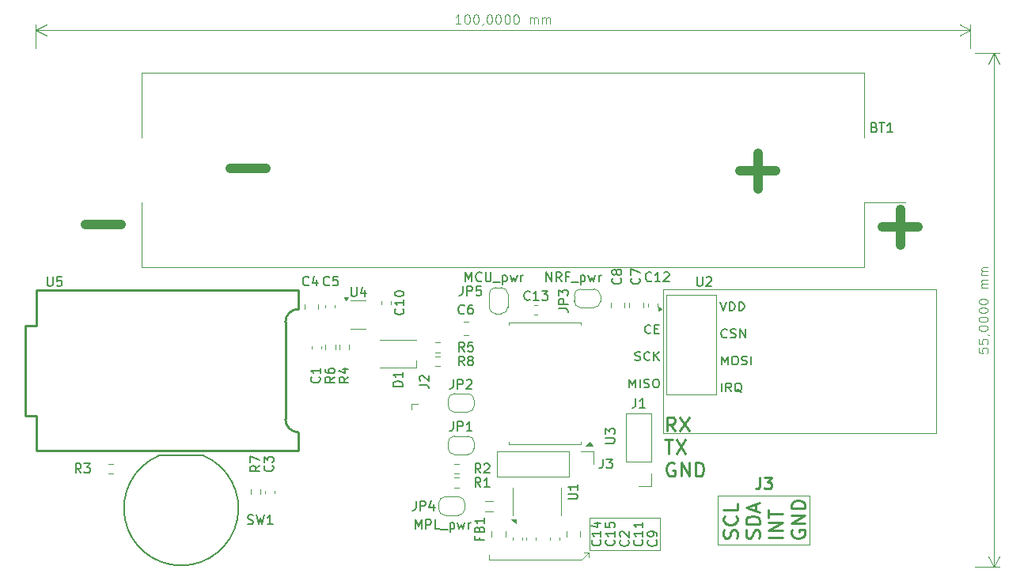
<source format=gbr>
%TF.GenerationSoftware,KiCad,Pcbnew,8.0.5-unknown-202409181836~355805756e~ubuntu24.04.1*%
%TF.CreationDate,2024-09-22T17:28:34+02:00*%
%TF.ProjectId,elevator_altimeter,656c6576-6174-46f7-925f-616c74696d65,rev?*%
%TF.SameCoordinates,Original*%
%TF.FileFunction,Legend,Top*%
%TF.FilePolarity,Positive*%
%FSLAX46Y46*%
G04 Gerber Fmt 4.6, Leading zero omitted, Abs format (unit mm)*
G04 Created by KiCad (PCBNEW 8.0.5-unknown-202409181836~355805756e~ubuntu24.04.1) date 2024-09-22 17:28:34*
%MOMM*%
%LPD*%
G01*
G04 APERTURE LIST*
%ADD10C,1.000000*%
%ADD11C,0.100000*%
%ADD12C,0.240000*%
%ADD13C,0.250000*%
%ADD14C,0.200000*%
%ADD15C,0.150000*%
%ADD16C,0.120000*%
G04 APERTURE END LIST*
D10*
X115595238Y-61106333D02*
X119404762Y-61106333D01*
X117500000Y-63011095D02*
X117500000Y-59201571D01*
X30345238Y-60856333D02*
X34154762Y-60856333D01*
D11*
X125857419Y-74095237D02*
X125857419Y-74571427D01*
X125857419Y-74571427D02*
X126333609Y-74619046D01*
X126333609Y-74619046D02*
X126285990Y-74571427D01*
X126285990Y-74571427D02*
X126238371Y-74476189D01*
X126238371Y-74476189D02*
X126238371Y-74238094D01*
X126238371Y-74238094D02*
X126285990Y-74142856D01*
X126285990Y-74142856D02*
X126333609Y-74095237D01*
X126333609Y-74095237D02*
X126428847Y-74047618D01*
X126428847Y-74047618D02*
X126666942Y-74047618D01*
X126666942Y-74047618D02*
X126762180Y-74095237D01*
X126762180Y-74095237D02*
X126809800Y-74142856D01*
X126809800Y-74142856D02*
X126857419Y-74238094D01*
X126857419Y-74238094D02*
X126857419Y-74476189D01*
X126857419Y-74476189D02*
X126809800Y-74571427D01*
X126809800Y-74571427D02*
X126762180Y-74619046D01*
X125857419Y-73142856D02*
X125857419Y-73619046D01*
X125857419Y-73619046D02*
X126333609Y-73666665D01*
X126333609Y-73666665D02*
X126285990Y-73619046D01*
X126285990Y-73619046D02*
X126238371Y-73523808D01*
X126238371Y-73523808D02*
X126238371Y-73285713D01*
X126238371Y-73285713D02*
X126285990Y-73190475D01*
X126285990Y-73190475D02*
X126333609Y-73142856D01*
X126333609Y-73142856D02*
X126428847Y-73095237D01*
X126428847Y-73095237D02*
X126666942Y-73095237D01*
X126666942Y-73095237D02*
X126762180Y-73142856D01*
X126762180Y-73142856D02*
X126809800Y-73190475D01*
X126809800Y-73190475D02*
X126857419Y-73285713D01*
X126857419Y-73285713D02*
X126857419Y-73523808D01*
X126857419Y-73523808D02*
X126809800Y-73619046D01*
X126809800Y-73619046D02*
X126762180Y-73666665D01*
X126809800Y-72619046D02*
X126857419Y-72619046D01*
X126857419Y-72619046D02*
X126952657Y-72666665D01*
X126952657Y-72666665D02*
X127000276Y-72714284D01*
X125857419Y-71999999D02*
X125857419Y-71904761D01*
X125857419Y-71904761D02*
X125905038Y-71809523D01*
X125905038Y-71809523D02*
X125952657Y-71761904D01*
X125952657Y-71761904D02*
X126047895Y-71714285D01*
X126047895Y-71714285D02*
X126238371Y-71666666D01*
X126238371Y-71666666D02*
X126476466Y-71666666D01*
X126476466Y-71666666D02*
X126666942Y-71714285D01*
X126666942Y-71714285D02*
X126762180Y-71761904D01*
X126762180Y-71761904D02*
X126809800Y-71809523D01*
X126809800Y-71809523D02*
X126857419Y-71904761D01*
X126857419Y-71904761D02*
X126857419Y-71999999D01*
X126857419Y-71999999D02*
X126809800Y-72095237D01*
X126809800Y-72095237D02*
X126762180Y-72142856D01*
X126762180Y-72142856D02*
X126666942Y-72190475D01*
X126666942Y-72190475D02*
X126476466Y-72238094D01*
X126476466Y-72238094D02*
X126238371Y-72238094D01*
X126238371Y-72238094D02*
X126047895Y-72190475D01*
X126047895Y-72190475D02*
X125952657Y-72142856D01*
X125952657Y-72142856D02*
X125905038Y-72095237D01*
X125905038Y-72095237D02*
X125857419Y-71999999D01*
X125857419Y-71047618D02*
X125857419Y-70952380D01*
X125857419Y-70952380D02*
X125905038Y-70857142D01*
X125905038Y-70857142D02*
X125952657Y-70809523D01*
X125952657Y-70809523D02*
X126047895Y-70761904D01*
X126047895Y-70761904D02*
X126238371Y-70714285D01*
X126238371Y-70714285D02*
X126476466Y-70714285D01*
X126476466Y-70714285D02*
X126666942Y-70761904D01*
X126666942Y-70761904D02*
X126762180Y-70809523D01*
X126762180Y-70809523D02*
X126809800Y-70857142D01*
X126809800Y-70857142D02*
X126857419Y-70952380D01*
X126857419Y-70952380D02*
X126857419Y-71047618D01*
X126857419Y-71047618D02*
X126809800Y-71142856D01*
X126809800Y-71142856D02*
X126762180Y-71190475D01*
X126762180Y-71190475D02*
X126666942Y-71238094D01*
X126666942Y-71238094D02*
X126476466Y-71285713D01*
X126476466Y-71285713D02*
X126238371Y-71285713D01*
X126238371Y-71285713D02*
X126047895Y-71238094D01*
X126047895Y-71238094D02*
X125952657Y-71190475D01*
X125952657Y-71190475D02*
X125905038Y-71142856D01*
X125905038Y-71142856D02*
X125857419Y-71047618D01*
X125857419Y-70095237D02*
X125857419Y-69999999D01*
X125857419Y-69999999D02*
X125905038Y-69904761D01*
X125905038Y-69904761D02*
X125952657Y-69857142D01*
X125952657Y-69857142D02*
X126047895Y-69809523D01*
X126047895Y-69809523D02*
X126238371Y-69761904D01*
X126238371Y-69761904D02*
X126476466Y-69761904D01*
X126476466Y-69761904D02*
X126666942Y-69809523D01*
X126666942Y-69809523D02*
X126762180Y-69857142D01*
X126762180Y-69857142D02*
X126809800Y-69904761D01*
X126809800Y-69904761D02*
X126857419Y-69999999D01*
X126857419Y-69999999D02*
X126857419Y-70095237D01*
X126857419Y-70095237D02*
X126809800Y-70190475D01*
X126809800Y-70190475D02*
X126762180Y-70238094D01*
X126762180Y-70238094D02*
X126666942Y-70285713D01*
X126666942Y-70285713D02*
X126476466Y-70333332D01*
X126476466Y-70333332D02*
X126238371Y-70333332D01*
X126238371Y-70333332D02*
X126047895Y-70285713D01*
X126047895Y-70285713D02*
X125952657Y-70238094D01*
X125952657Y-70238094D02*
X125905038Y-70190475D01*
X125905038Y-70190475D02*
X125857419Y-70095237D01*
X125857419Y-69142856D02*
X125857419Y-69047618D01*
X125857419Y-69047618D02*
X125905038Y-68952380D01*
X125905038Y-68952380D02*
X125952657Y-68904761D01*
X125952657Y-68904761D02*
X126047895Y-68857142D01*
X126047895Y-68857142D02*
X126238371Y-68809523D01*
X126238371Y-68809523D02*
X126476466Y-68809523D01*
X126476466Y-68809523D02*
X126666942Y-68857142D01*
X126666942Y-68857142D02*
X126762180Y-68904761D01*
X126762180Y-68904761D02*
X126809800Y-68952380D01*
X126809800Y-68952380D02*
X126857419Y-69047618D01*
X126857419Y-69047618D02*
X126857419Y-69142856D01*
X126857419Y-69142856D02*
X126809800Y-69238094D01*
X126809800Y-69238094D02*
X126762180Y-69285713D01*
X126762180Y-69285713D02*
X126666942Y-69333332D01*
X126666942Y-69333332D02*
X126476466Y-69380951D01*
X126476466Y-69380951D02*
X126238371Y-69380951D01*
X126238371Y-69380951D02*
X126047895Y-69333332D01*
X126047895Y-69333332D02*
X125952657Y-69285713D01*
X125952657Y-69285713D02*
X125905038Y-69238094D01*
X125905038Y-69238094D02*
X125857419Y-69142856D01*
X126857419Y-67619046D02*
X126190752Y-67619046D01*
X126285990Y-67619046D02*
X126238371Y-67571427D01*
X126238371Y-67571427D02*
X126190752Y-67476189D01*
X126190752Y-67476189D02*
X126190752Y-67333332D01*
X126190752Y-67333332D02*
X126238371Y-67238094D01*
X126238371Y-67238094D02*
X126333609Y-67190475D01*
X126333609Y-67190475D02*
X126857419Y-67190475D01*
X126333609Y-67190475D02*
X126238371Y-67142856D01*
X126238371Y-67142856D02*
X126190752Y-67047618D01*
X126190752Y-67047618D02*
X126190752Y-66904761D01*
X126190752Y-66904761D02*
X126238371Y-66809522D01*
X126238371Y-66809522D02*
X126333609Y-66761903D01*
X126333609Y-66761903D02*
X126857419Y-66761903D01*
X126857419Y-66285713D02*
X126190752Y-66285713D01*
X126285990Y-66285713D02*
X126238371Y-66238094D01*
X126238371Y-66238094D02*
X126190752Y-66142856D01*
X126190752Y-66142856D02*
X126190752Y-65999999D01*
X126190752Y-65999999D02*
X126238371Y-65904761D01*
X126238371Y-65904761D02*
X126333609Y-65857142D01*
X126333609Y-65857142D02*
X126857419Y-65857142D01*
X126333609Y-65857142D02*
X126238371Y-65809523D01*
X126238371Y-65809523D02*
X126190752Y-65714285D01*
X126190752Y-65714285D02*
X126190752Y-65571428D01*
X126190752Y-65571428D02*
X126238371Y-65476189D01*
X126238371Y-65476189D02*
X126333609Y-65428570D01*
X126333609Y-65428570D02*
X126857419Y-65428570D01*
X125500000Y-42500000D02*
X128086420Y-42500000D01*
X125500000Y-97500000D02*
X128086420Y-97500000D01*
X127500000Y-42500000D02*
X127500000Y-97500000D01*
X127500000Y-42500000D02*
X127500000Y-97500000D01*
X127500000Y-42500000D02*
X128086421Y-43626504D01*
X127500000Y-42500000D02*
X126913579Y-43626504D01*
X127500000Y-97500000D02*
X126913579Y-96373496D01*
X127500000Y-97500000D02*
X128086421Y-96373496D01*
X70476190Y-39357419D02*
X69904762Y-39357419D01*
X70190476Y-39357419D02*
X70190476Y-38357419D01*
X70190476Y-38357419D02*
X70095238Y-38500276D01*
X70095238Y-38500276D02*
X70000000Y-38595514D01*
X70000000Y-38595514D02*
X69904762Y-38643133D01*
X71095238Y-38357419D02*
X71190476Y-38357419D01*
X71190476Y-38357419D02*
X71285714Y-38405038D01*
X71285714Y-38405038D02*
X71333333Y-38452657D01*
X71333333Y-38452657D02*
X71380952Y-38547895D01*
X71380952Y-38547895D02*
X71428571Y-38738371D01*
X71428571Y-38738371D02*
X71428571Y-38976466D01*
X71428571Y-38976466D02*
X71380952Y-39166942D01*
X71380952Y-39166942D02*
X71333333Y-39262180D01*
X71333333Y-39262180D02*
X71285714Y-39309800D01*
X71285714Y-39309800D02*
X71190476Y-39357419D01*
X71190476Y-39357419D02*
X71095238Y-39357419D01*
X71095238Y-39357419D02*
X71000000Y-39309800D01*
X71000000Y-39309800D02*
X70952381Y-39262180D01*
X70952381Y-39262180D02*
X70904762Y-39166942D01*
X70904762Y-39166942D02*
X70857143Y-38976466D01*
X70857143Y-38976466D02*
X70857143Y-38738371D01*
X70857143Y-38738371D02*
X70904762Y-38547895D01*
X70904762Y-38547895D02*
X70952381Y-38452657D01*
X70952381Y-38452657D02*
X71000000Y-38405038D01*
X71000000Y-38405038D02*
X71095238Y-38357419D01*
X72047619Y-38357419D02*
X72142857Y-38357419D01*
X72142857Y-38357419D02*
X72238095Y-38405038D01*
X72238095Y-38405038D02*
X72285714Y-38452657D01*
X72285714Y-38452657D02*
X72333333Y-38547895D01*
X72333333Y-38547895D02*
X72380952Y-38738371D01*
X72380952Y-38738371D02*
X72380952Y-38976466D01*
X72380952Y-38976466D02*
X72333333Y-39166942D01*
X72333333Y-39166942D02*
X72285714Y-39262180D01*
X72285714Y-39262180D02*
X72238095Y-39309800D01*
X72238095Y-39309800D02*
X72142857Y-39357419D01*
X72142857Y-39357419D02*
X72047619Y-39357419D01*
X72047619Y-39357419D02*
X71952381Y-39309800D01*
X71952381Y-39309800D02*
X71904762Y-39262180D01*
X71904762Y-39262180D02*
X71857143Y-39166942D01*
X71857143Y-39166942D02*
X71809524Y-38976466D01*
X71809524Y-38976466D02*
X71809524Y-38738371D01*
X71809524Y-38738371D02*
X71857143Y-38547895D01*
X71857143Y-38547895D02*
X71904762Y-38452657D01*
X71904762Y-38452657D02*
X71952381Y-38405038D01*
X71952381Y-38405038D02*
X72047619Y-38357419D01*
X72857143Y-39309800D02*
X72857143Y-39357419D01*
X72857143Y-39357419D02*
X72809524Y-39452657D01*
X72809524Y-39452657D02*
X72761905Y-39500276D01*
X73476190Y-38357419D02*
X73571428Y-38357419D01*
X73571428Y-38357419D02*
X73666666Y-38405038D01*
X73666666Y-38405038D02*
X73714285Y-38452657D01*
X73714285Y-38452657D02*
X73761904Y-38547895D01*
X73761904Y-38547895D02*
X73809523Y-38738371D01*
X73809523Y-38738371D02*
X73809523Y-38976466D01*
X73809523Y-38976466D02*
X73761904Y-39166942D01*
X73761904Y-39166942D02*
X73714285Y-39262180D01*
X73714285Y-39262180D02*
X73666666Y-39309800D01*
X73666666Y-39309800D02*
X73571428Y-39357419D01*
X73571428Y-39357419D02*
X73476190Y-39357419D01*
X73476190Y-39357419D02*
X73380952Y-39309800D01*
X73380952Y-39309800D02*
X73333333Y-39262180D01*
X73333333Y-39262180D02*
X73285714Y-39166942D01*
X73285714Y-39166942D02*
X73238095Y-38976466D01*
X73238095Y-38976466D02*
X73238095Y-38738371D01*
X73238095Y-38738371D02*
X73285714Y-38547895D01*
X73285714Y-38547895D02*
X73333333Y-38452657D01*
X73333333Y-38452657D02*
X73380952Y-38405038D01*
X73380952Y-38405038D02*
X73476190Y-38357419D01*
X74428571Y-38357419D02*
X74523809Y-38357419D01*
X74523809Y-38357419D02*
X74619047Y-38405038D01*
X74619047Y-38405038D02*
X74666666Y-38452657D01*
X74666666Y-38452657D02*
X74714285Y-38547895D01*
X74714285Y-38547895D02*
X74761904Y-38738371D01*
X74761904Y-38738371D02*
X74761904Y-38976466D01*
X74761904Y-38976466D02*
X74714285Y-39166942D01*
X74714285Y-39166942D02*
X74666666Y-39262180D01*
X74666666Y-39262180D02*
X74619047Y-39309800D01*
X74619047Y-39309800D02*
X74523809Y-39357419D01*
X74523809Y-39357419D02*
X74428571Y-39357419D01*
X74428571Y-39357419D02*
X74333333Y-39309800D01*
X74333333Y-39309800D02*
X74285714Y-39262180D01*
X74285714Y-39262180D02*
X74238095Y-39166942D01*
X74238095Y-39166942D02*
X74190476Y-38976466D01*
X74190476Y-38976466D02*
X74190476Y-38738371D01*
X74190476Y-38738371D02*
X74238095Y-38547895D01*
X74238095Y-38547895D02*
X74285714Y-38452657D01*
X74285714Y-38452657D02*
X74333333Y-38405038D01*
X74333333Y-38405038D02*
X74428571Y-38357419D01*
X75380952Y-38357419D02*
X75476190Y-38357419D01*
X75476190Y-38357419D02*
X75571428Y-38405038D01*
X75571428Y-38405038D02*
X75619047Y-38452657D01*
X75619047Y-38452657D02*
X75666666Y-38547895D01*
X75666666Y-38547895D02*
X75714285Y-38738371D01*
X75714285Y-38738371D02*
X75714285Y-38976466D01*
X75714285Y-38976466D02*
X75666666Y-39166942D01*
X75666666Y-39166942D02*
X75619047Y-39262180D01*
X75619047Y-39262180D02*
X75571428Y-39309800D01*
X75571428Y-39309800D02*
X75476190Y-39357419D01*
X75476190Y-39357419D02*
X75380952Y-39357419D01*
X75380952Y-39357419D02*
X75285714Y-39309800D01*
X75285714Y-39309800D02*
X75238095Y-39262180D01*
X75238095Y-39262180D02*
X75190476Y-39166942D01*
X75190476Y-39166942D02*
X75142857Y-38976466D01*
X75142857Y-38976466D02*
X75142857Y-38738371D01*
X75142857Y-38738371D02*
X75190476Y-38547895D01*
X75190476Y-38547895D02*
X75238095Y-38452657D01*
X75238095Y-38452657D02*
X75285714Y-38405038D01*
X75285714Y-38405038D02*
X75380952Y-38357419D01*
X76333333Y-38357419D02*
X76428571Y-38357419D01*
X76428571Y-38357419D02*
X76523809Y-38405038D01*
X76523809Y-38405038D02*
X76571428Y-38452657D01*
X76571428Y-38452657D02*
X76619047Y-38547895D01*
X76619047Y-38547895D02*
X76666666Y-38738371D01*
X76666666Y-38738371D02*
X76666666Y-38976466D01*
X76666666Y-38976466D02*
X76619047Y-39166942D01*
X76619047Y-39166942D02*
X76571428Y-39262180D01*
X76571428Y-39262180D02*
X76523809Y-39309800D01*
X76523809Y-39309800D02*
X76428571Y-39357419D01*
X76428571Y-39357419D02*
X76333333Y-39357419D01*
X76333333Y-39357419D02*
X76238095Y-39309800D01*
X76238095Y-39309800D02*
X76190476Y-39262180D01*
X76190476Y-39262180D02*
X76142857Y-39166942D01*
X76142857Y-39166942D02*
X76095238Y-38976466D01*
X76095238Y-38976466D02*
X76095238Y-38738371D01*
X76095238Y-38738371D02*
X76142857Y-38547895D01*
X76142857Y-38547895D02*
X76190476Y-38452657D01*
X76190476Y-38452657D02*
X76238095Y-38405038D01*
X76238095Y-38405038D02*
X76333333Y-38357419D01*
X77857143Y-39357419D02*
X77857143Y-38690752D01*
X77857143Y-38785990D02*
X77904762Y-38738371D01*
X77904762Y-38738371D02*
X78000000Y-38690752D01*
X78000000Y-38690752D02*
X78142857Y-38690752D01*
X78142857Y-38690752D02*
X78238095Y-38738371D01*
X78238095Y-38738371D02*
X78285714Y-38833609D01*
X78285714Y-38833609D02*
X78285714Y-39357419D01*
X78285714Y-38833609D02*
X78333333Y-38738371D01*
X78333333Y-38738371D02*
X78428571Y-38690752D01*
X78428571Y-38690752D02*
X78571428Y-38690752D01*
X78571428Y-38690752D02*
X78666667Y-38738371D01*
X78666667Y-38738371D02*
X78714286Y-38833609D01*
X78714286Y-38833609D02*
X78714286Y-39357419D01*
X79190476Y-39357419D02*
X79190476Y-38690752D01*
X79190476Y-38785990D02*
X79238095Y-38738371D01*
X79238095Y-38738371D02*
X79333333Y-38690752D01*
X79333333Y-38690752D02*
X79476190Y-38690752D01*
X79476190Y-38690752D02*
X79571428Y-38738371D01*
X79571428Y-38738371D02*
X79619047Y-38833609D01*
X79619047Y-38833609D02*
X79619047Y-39357419D01*
X79619047Y-38833609D02*
X79666666Y-38738371D01*
X79666666Y-38738371D02*
X79761904Y-38690752D01*
X79761904Y-38690752D02*
X79904761Y-38690752D01*
X79904761Y-38690752D02*
X80000000Y-38738371D01*
X80000000Y-38738371D02*
X80047619Y-38833609D01*
X80047619Y-38833609D02*
X80047619Y-39357419D01*
X25000000Y-42000000D02*
X25000000Y-39413580D01*
X125000000Y-42000000D02*
X125000000Y-39413580D01*
X25000000Y-40000000D02*
X125000000Y-40000000D01*
X25000000Y-40000000D02*
X125000000Y-40000000D01*
X25000000Y-40000000D02*
X26126504Y-39413579D01*
X25000000Y-40000000D02*
X26126504Y-40586421D01*
X125000000Y-40000000D02*
X123873496Y-40586421D01*
X125000000Y-40000000D02*
X123873496Y-39413579D01*
D10*
X45845238Y-54856333D02*
X49654762Y-54856333D01*
X100345238Y-55106333D02*
X104154762Y-55106333D01*
X102250000Y-57011095D02*
X102250000Y-53201571D01*
D12*
X102475000Y-87967662D02*
X102475000Y-88824805D01*
X102475000Y-88824805D02*
X102417857Y-88996234D01*
X102417857Y-88996234D02*
X102303571Y-89110520D01*
X102303571Y-89110520D02*
X102132143Y-89167662D01*
X102132143Y-89167662D02*
X102017857Y-89167662D01*
X102932143Y-87967662D02*
X103675000Y-87967662D01*
X103675000Y-87967662D02*
X103275000Y-88424805D01*
X103275000Y-88424805D02*
X103446429Y-88424805D01*
X103446429Y-88424805D02*
X103560715Y-88481948D01*
X103560715Y-88481948D02*
X103617857Y-88539091D01*
X103617857Y-88539091D02*
X103675000Y-88653377D01*
X103675000Y-88653377D02*
X103675000Y-88939091D01*
X103675000Y-88939091D02*
X103617857Y-89053377D01*
X103617857Y-89053377D02*
X103560715Y-89110520D01*
X103560715Y-89110520D02*
X103446429Y-89167662D01*
X103446429Y-89167662D02*
X103103572Y-89167662D01*
X103103572Y-89167662D02*
X102989286Y-89110520D01*
X102989286Y-89110520D02*
X102932143Y-89053377D01*
D11*
X98000000Y-89875000D02*
X107750000Y-89875000D01*
X107750000Y-95125000D01*
X98000000Y-95125000D01*
X98000000Y-89875000D01*
X73500000Y-96750000D02*
X73500000Y-96250000D01*
X84125000Y-96000000D02*
X83625000Y-96000000D01*
X84125000Y-96000000D02*
X84125000Y-96500000D01*
X83375000Y-96750000D02*
X84125000Y-96000000D01*
X73500000Y-96750000D02*
X83375000Y-96750000D01*
X84250000Y-92250000D02*
X91750000Y-92250000D01*
X91750000Y-95750000D01*
X84250000Y-95750000D01*
X84250000Y-92250000D01*
D13*
X99987252Y-94424812D02*
X100058680Y-94210527D01*
X100058680Y-94210527D02*
X100058680Y-93853384D01*
X100058680Y-93853384D02*
X99987252Y-93710527D01*
X99987252Y-93710527D02*
X99915823Y-93639098D01*
X99915823Y-93639098D02*
X99772966Y-93567669D01*
X99772966Y-93567669D02*
X99630109Y-93567669D01*
X99630109Y-93567669D02*
X99487252Y-93639098D01*
X99487252Y-93639098D02*
X99415823Y-93710527D01*
X99415823Y-93710527D02*
X99344394Y-93853384D01*
X99344394Y-93853384D02*
X99272966Y-94139098D01*
X99272966Y-94139098D02*
X99201537Y-94281955D01*
X99201537Y-94281955D02*
X99130109Y-94353384D01*
X99130109Y-94353384D02*
X98987252Y-94424812D01*
X98987252Y-94424812D02*
X98844394Y-94424812D01*
X98844394Y-94424812D02*
X98701537Y-94353384D01*
X98701537Y-94353384D02*
X98630109Y-94281955D01*
X98630109Y-94281955D02*
X98558680Y-94139098D01*
X98558680Y-94139098D02*
X98558680Y-93781955D01*
X98558680Y-93781955D02*
X98630109Y-93567669D01*
X99915823Y-92067670D02*
X99987252Y-92139098D01*
X99987252Y-92139098D02*
X100058680Y-92353384D01*
X100058680Y-92353384D02*
X100058680Y-92496241D01*
X100058680Y-92496241D02*
X99987252Y-92710527D01*
X99987252Y-92710527D02*
X99844394Y-92853384D01*
X99844394Y-92853384D02*
X99701537Y-92924813D01*
X99701537Y-92924813D02*
X99415823Y-92996241D01*
X99415823Y-92996241D02*
X99201537Y-92996241D01*
X99201537Y-92996241D02*
X98915823Y-92924813D01*
X98915823Y-92924813D02*
X98772966Y-92853384D01*
X98772966Y-92853384D02*
X98630109Y-92710527D01*
X98630109Y-92710527D02*
X98558680Y-92496241D01*
X98558680Y-92496241D02*
X98558680Y-92353384D01*
X98558680Y-92353384D02*
X98630109Y-92139098D01*
X98630109Y-92139098D02*
X98701537Y-92067670D01*
X100058680Y-90710527D02*
X100058680Y-91424813D01*
X100058680Y-91424813D02*
X98558680Y-91424813D01*
X102402168Y-94424812D02*
X102473596Y-94210527D01*
X102473596Y-94210527D02*
X102473596Y-93853384D01*
X102473596Y-93853384D02*
X102402168Y-93710527D01*
X102402168Y-93710527D02*
X102330739Y-93639098D01*
X102330739Y-93639098D02*
X102187882Y-93567669D01*
X102187882Y-93567669D02*
X102045025Y-93567669D01*
X102045025Y-93567669D02*
X101902168Y-93639098D01*
X101902168Y-93639098D02*
X101830739Y-93710527D01*
X101830739Y-93710527D02*
X101759310Y-93853384D01*
X101759310Y-93853384D02*
X101687882Y-94139098D01*
X101687882Y-94139098D02*
X101616453Y-94281955D01*
X101616453Y-94281955D02*
X101545025Y-94353384D01*
X101545025Y-94353384D02*
X101402168Y-94424812D01*
X101402168Y-94424812D02*
X101259310Y-94424812D01*
X101259310Y-94424812D02*
X101116453Y-94353384D01*
X101116453Y-94353384D02*
X101045025Y-94281955D01*
X101045025Y-94281955D02*
X100973596Y-94139098D01*
X100973596Y-94139098D02*
X100973596Y-93781955D01*
X100973596Y-93781955D02*
X101045025Y-93567669D01*
X102473596Y-92924813D02*
X100973596Y-92924813D01*
X100973596Y-92924813D02*
X100973596Y-92567670D01*
X100973596Y-92567670D02*
X101045025Y-92353384D01*
X101045025Y-92353384D02*
X101187882Y-92210527D01*
X101187882Y-92210527D02*
X101330739Y-92139098D01*
X101330739Y-92139098D02*
X101616453Y-92067670D01*
X101616453Y-92067670D02*
X101830739Y-92067670D01*
X101830739Y-92067670D02*
X102116453Y-92139098D01*
X102116453Y-92139098D02*
X102259310Y-92210527D01*
X102259310Y-92210527D02*
X102402168Y-92353384D01*
X102402168Y-92353384D02*
X102473596Y-92567670D01*
X102473596Y-92567670D02*
X102473596Y-92924813D01*
X102045025Y-91496241D02*
X102045025Y-90781956D01*
X102473596Y-91639098D02*
X100973596Y-91139098D01*
X100973596Y-91139098D02*
X102473596Y-90639098D01*
X104888512Y-94353384D02*
X103388512Y-94353384D01*
X104888512Y-93639098D02*
X103388512Y-93639098D01*
X103388512Y-93639098D02*
X104888512Y-92781955D01*
X104888512Y-92781955D02*
X103388512Y-92781955D01*
X103388512Y-92281954D02*
X103388512Y-91424812D01*
X104888512Y-91853383D02*
X103388512Y-91853383D01*
X105874857Y-93567669D02*
X105803428Y-93710527D01*
X105803428Y-93710527D02*
X105803428Y-93924812D01*
X105803428Y-93924812D02*
X105874857Y-94139098D01*
X105874857Y-94139098D02*
X106017714Y-94281955D01*
X106017714Y-94281955D02*
X106160571Y-94353384D01*
X106160571Y-94353384D02*
X106446285Y-94424812D01*
X106446285Y-94424812D02*
X106660571Y-94424812D01*
X106660571Y-94424812D02*
X106946285Y-94353384D01*
X106946285Y-94353384D02*
X107089142Y-94281955D01*
X107089142Y-94281955D02*
X107232000Y-94139098D01*
X107232000Y-94139098D02*
X107303428Y-93924812D01*
X107303428Y-93924812D02*
X107303428Y-93781955D01*
X107303428Y-93781955D02*
X107232000Y-93567669D01*
X107232000Y-93567669D02*
X107160571Y-93496241D01*
X107160571Y-93496241D02*
X106660571Y-93496241D01*
X106660571Y-93496241D02*
X106660571Y-93781955D01*
X107303428Y-92853384D02*
X105803428Y-92853384D01*
X105803428Y-92853384D02*
X107303428Y-91996241D01*
X107303428Y-91996241D02*
X105803428Y-91996241D01*
X107303428Y-91281955D02*
X105803428Y-91281955D01*
X105803428Y-91281955D02*
X105803428Y-90924812D01*
X105803428Y-90924812D02*
X105874857Y-90710526D01*
X105874857Y-90710526D02*
X106017714Y-90567669D01*
X106017714Y-90567669D02*
X106160571Y-90496240D01*
X106160571Y-90496240D02*
X106446285Y-90424812D01*
X106446285Y-90424812D02*
X106660571Y-90424812D01*
X106660571Y-90424812D02*
X106946285Y-90496240D01*
X106946285Y-90496240D02*
X107089142Y-90567669D01*
X107089142Y-90567669D02*
X107232000Y-90710526D01*
X107232000Y-90710526D02*
X107303428Y-90924812D01*
X107303428Y-90924812D02*
X107303428Y-91281955D01*
D14*
X90773183Y-72422342D02*
X90725564Y-72465200D01*
X90725564Y-72465200D02*
X90582707Y-72508057D01*
X90582707Y-72508057D02*
X90487469Y-72508057D01*
X90487469Y-72508057D02*
X90344612Y-72465200D01*
X90344612Y-72465200D02*
X90249374Y-72379485D01*
X90249374Y-72379485D02*
X90201755Y-72293771D01*
X90201755Y-72293771D02*
X90154136Y-72122342D01*
X90154136Y-72122342D02*
X90154136Y-71993771D01*
X90154136Y-71993771D02*
X90201755Y-71822342D01*
X90201755Y-71822342D02*
X90249374Y-71736628D01*
X90249374Y-71736628D02*
X90344612Y-71650914D01*
X90344612Y-71650914D02*
X90487469Y-71608057D01*
X90487469Y-71608057D02*
X90582707Y-71608057D01*
X90582707Y-71608057D02*
X90725564Y-71650914D01*
X90725564Y-71650914D02*
X90773183Y-71693771D01*
X91201755Y-72036628D02*
X91535088Y-72036628D01*
X91677945Y-72508057D02*
X91201755Y-72508057D01*
X91201755Y-72508057D02*
X91201755Y-71608057D01*
X91201755Y-71608057D02*
X91677945Y-71608057D01*
X89106517Y-75363100D02*
X89249374Y-75405957D01*
X89249374Y-75405957D02*
X89487469Y-75405957D01*
X89487469Y-75405957D02*
X89582707Y-75363100D01*
X89582707Y-75363100D02*
X89630326Y-75320242D01*
X89630326Y-75320242D02*
X89677945Y-75234528D01*
X89677945Y-75234528D02*
X89677945Y-75148814D01*
X89677945Y-75148814D02*
X89630326Y-75063100D01*
X89630326Y-75063100D02*
X89582707Y-75020242D01*
X89582707Y-75020242D02*
X89487469Y-74977385D01*
X89487469Y-74977385D02*
X89296993Y-74934528D01*
X89296993Y-74934528D02*
X89201755Y-74891671D01*
X89201755Y-74891671D02*
X89154136Y-74848814D01*
X89154136Y-74848814D02*
X89106517Y-74763100D01*
X89106517Y-74763100D02*
X89106517Y-74677385D01*
X89106517Y-74677385D02*
X89154136Y-74591671D01*
X89154136Y-74591671D02*
X89201755Y-74548814D01*
X89201755Y-74548814D02*
X89296993Y-74505957D01*
X89296993Y-74505957D02*
X89535088Y-74505957D01*
X89535088Y-74505957D02*
X89677945Y-74548814D01*
X90677945Y-75320242D02*
X90630326Y-75363100D01*
X90630326Y-75363100D02*
X90487469Y-75405957D01*
X90487469Y-75405957D02*
X90392231Y-75405957D01*
X90392231Y-75405957D02*
X90249374Y-75363100D01*
X90249374Y-75363100D02*
X90154136Y-75277385D01*
X90154136Y-75277385D02*
X90106517Y-75191671D01*
X90106517Y-75191671D02*
X90058898Y-75020242D01*
X90058898Y-75020242D02*
X90058898Y-74891671D01*
X90058898Y-74891671D02*
X90106517Y-74720242D01*
X90106517Y-74720242D02*
X90154136Y-74634528D01*
X90154136Y-74634528D02*
X90249374Y-74548814D01*
X90249374Y-74548814D02*
X90392231Y-74505957D01*
X90392231Y-74505957D02*
X90487469Y-74505957D01*
X90487469Y-74505957D02*
X90630326Y-74548814D01*
X90630326Y-74548814D02*
X90677945Y-74591671D01*
X91106517Y-75405957D02*
X91106517Y-74505957D01*
X91677945Y-75405957D02*
X91249374Y-74891671D01*
X91677945Y-74505957D02*
X91106517Y-75020242D01*
X88487470Y-78303857D02*
X88487470Y-77403857D01*
X88487470Y-77403857D02*
X88820803Y-78046714D01*
X88820803Y-78046714D02*
X89154136Y-77403857D01*
X89154136Y-77403857D02*
X89154136Y-78303857D01*
X89630327Y-78303857D02*
X89630327Y-77403857D01*
X90058898Y-78261000D02*
X90201755Y-78303857D01*
X90201755Y-78303857D02*
X90439850Y-78303857D01*
X90439850Y-78303857D02*
X90535088Y-78261000D01*
X90535088Y-78261000D02*
X90582707Y-78218142D01*
X90582707Y-78218142D02*
X90630326Y-78132428D01*
X90630326Y-78132428D02*
X90630326Y-78046714D01*
X90630326Y-78046714D02*
X90582707Y-77961000D01*
X90582707Y-77961000D02*
X90535088Y-77918142D01*
X90535088Y-77918142D02*
X90439850Y-77875285D01*
X90439850Y-77875285D02*
X90249374Y-77832428D01*
X90249374Y-77832428D02*
X90154136Y-77789571D01*
X90154136Y-77789571D02*
X90106517Y-77746714D01*
X90106517Y-77746714D02*
X90058898Y-77661000D01*
X90058898Y-77661000D02*
X90058898Y-77575285D01*
X90058898Y-77575285D02*
X90106517Y-77489571D01*
X90106517Y-77489571D02*
X90154136Y-77446714D01*
X90154136Y-77446714D02*
X90249374Y-77403857D01*
X90249374Y-77403857D02*
X90487469Y-77403857D01*
X90487469Y-77403857D02*
X90630326Y-77446714D01*
X91249374Y-77403857D02*
X91439850Y-77403857D01*
X91439850Y-77403857D02*
X91535088Y-77446714D01*
X91535088Y-77446714D02*
X91630326Y-77532428D01*
X91630326Y-77532428D02*
X91677945Y-77703857D01*
X91677945Y-77703857D02*
X91677945Y-78003857D01*
X91677945Y-78003857D02*
X91630326Y-78175285D01*
X91630326Y-78175285D02*
X91535088Y-78261000D01*
X91535088Y-78261000D02*
X91439850Y-78303857D01*
X91439850Y-78303857D02*
X91249374Y-78303857D01*
X91249374Y-78303857D02*
X91154136Y-78261000D01*
X91154136Y-78261000D02*
X91058898Y-78175285D01*
X91058898Y-78175285D02*
X91011279Y-78003857D01*
X91011279Y-78003857D02*
X91011279Y-77703857D01*
X91011279Y-77703857D02*
X91058898Y-77532428D01*
X91058898Y-77532428D02*
X91154136Y-77446714D01*
X91154136Y-77446714D02*
X91249374Y-77403857D01*
X98226816Y-69159107D02*
X98560149Y-70059107D01*
X98560149Y-70059107D02*
X98893482Y-69159107D01*
X99226816Y-70059107D02*
X99226816Y-69159107D01*
X99226816Y-69159107D02*
X99464911Y-69159107D01*
X99464911Y-69159107D02*
X99607768Y-69201964D01*
X99607768Y-69201964D02*
X99703006Y-69287678D01*
X99703006Y-69287678D02*
X99750625Y-69373392D01*
X99750625Y-69373392D02*
X99798244Y-69544821D01*
X99798244Y-69544821D02*
X99798244Y-69673392D01*
X99798244Y-69673392D02*
X99750625Y-69844821D01*
X99750625Y-69844821D02*
X99703006Y-69930535D01*
X99703006Y-69930535D02*
X99607768Y-70016250D01*
X99607768Y-70016250D02*
X99464911Y-70059107D01*
X99464911Y-70059107D02*
X99226816Y-70059107D01*
X100226816Y-70059107D02*
X100226816Y-69159107D01*
X100226816Y-69159107D02*
X100464911Y-69159107D01*
X100464911Y-69159107D02*
X100607768Y-69201964D01*
X100607768Y-69201964D02*
X100703006Y-69287678D01*
X100703006Y-69287678D02*
X100750625Y-69373392D01*
X100750625Y-69373392D02*
X100798244Y-69544821D01*
X100798244Y-69544821D02*
X100798244Y-69673392D01*
X100798244Y-69673392D02*
X100750625Y-69844821D01*
X100750625Y-69844821D02*
X100703006Y-69930535D01*
X100703006Y-69930535D02*
X100607768Y-70016250D01*
X100607768Y-70016250D02*
X100464911Y-70059107D01*
X100464911Y-70059107D02*
X100226816Y-70059107D01*
X98941101Y-72871292D02*
X98893482Y-72914150D01*
X98893482Y-72914150D02*
X98750625Y-72957007D01*
X98750625Y-72957007D02*
X98655387Y-72957007D01*
X98655387Y-72957007D02*
X98512530Y-72914150D01*
X98512530Y-72914150D02*
X98417292Y-72828435D01*
X98417292Y-72828435D02*
X98369673Y-72742721D01*
X98369673Y-72742721D02*
X98322054Y-72571292D01*
X98322054Y-72571292D02*
X98322054Y-72442721D01*
X98322054Y-72442721D02*
X98369673Y-72271292D01*
X98369673Y-72271292D02*
X98417292Y-72185578D01*
X98417292Y-72185578D02*
X98512530Y-72099864D01*
X98512530Y-72099864D02*
X98655387Y-72057007D01*
X98655387Y-72057007D02*
X98750625Y-72057007D01*
X98750625Y-72057007D02*
X98893482Y-72099864D01*
X98893482Y-72099864D02*
X98941101Y-72142721D01*
X99322054Y-72914150D02*
X99464911Y-72957007D01*
X99464911Y-72957007D02*
X99703006Y-72957007D01*
X99703006Y-72957007D02*
X99798244Y-72914150D01*
X99798244Y-72914150D02*
X99845863Y-72871292D01*
X99845863Y-72871292D02*
X99893482Y-72785578D01*
X99893482Y-72785578D02*
X99893482Y-72699864D01*
X99893482Y-72699864D02*
X99845863Y-72614150D01*
X99845863Y-72614150D02*
X99798244Y-72571292D01*
X99798244Y-72571292D02*
X99703006Y-72528435D01*
X99703006Y-72528435D02*
X99512530Y-72485578D01*
X99512530Y-72485578D02*
X99417292Y-72442721D01*
X99417292Y-72442721D02*
X99369673Y-72399864D01*
X99369673Y-72399864D02*
X99322054Y-72314150D01*
X99322054Y-72314150D02*
X99322054Y-72228435D01*
X99322054Y-72228435D02*
X99369673Y-72142721D01*
X99369673Y-72142721D02*
X99417292Y-72099864D01*
X99417292Y-72099864D02*
X99512530Y-72057007D01*
X99512530Y-72057007D02*
X99750625Y-72057007D01*
X99750625Y-72057007D02*
X99893482Y-72099864D01*
X100322054Y-72957007D02*
X100322054Y-72057007D01*
X100322054Y-72057007D02*
X100893482Y-72957007D01*
X100893482Y-72957007D02*
X100893482Y-72057007D01*
X98369673Y-75854907D02*
X98369673Y-74954907D01*
X98369673Y-74954907D02*
X98703006Y-75597764D01*
X98703006Y-75597764D02*
X99036339Y-74954907D01*
X99036339Y-74954907D02*
X99036339Y-75854907D01*
X99703006Y-74954907D02*
X99893482Y-74954907D01*
X99893482Y-74954907D02*
X99988720Y-74997764D01*
X99988720Y-74997764D02*
X100083958Y-75083478D01*
X100083958Y-75083478D02*
X100131577Y-75254907D01*
X100131577Y-75254907D02*
X100131577Y-75554907D01*
X100131577Y-75554907D02*
X100083958Y-75726335D01*
X100083958Y-75726335D02*
X99988720Y-75812050D01*
X99988720Y-75812050D02*
X99893482Y-75854907D01*
X99893482Y-75854907D02*
X99703006Y-75854907D01*
X99703006Y-75854907D02*
X99607768Y-75812050D01*
X99607768Y-75812050D02*
X99512530Y-75726335D01*
X99512530Y-75726335D02*
X99464911Y-75554907D01*
X99464911Y-75554907D02*
X99464911Y-75254907D01*
X99464911Y-75254907D02*
X99512530Y-75083478D01*
X99512530Y-75083478D02*
X99607768Y-74997764D01*
X99607768Y-74997764D02*
X99703006Y-74954907D01*
X100512530Y-75812050D02*
X100655387Y-75854907D01*
X100655387Y-75854907D02*
X100893482Y-75854907D01*
X100893482Y-75854907D02*
X100988720Y-75812050D01*
X100988720Y-75812050D02*
X101036339Y-75769192D01*
X101036339Y-75769192D02*
X101083958Y-75683478D01*
X101083958Y-75683478D02*
X101083958Y-75597764D01*
X101083958Y-75597764D02*
X101036339Y-75512050D01*
X101036339Y-75512050D02*
X100988720Y-75469192D01*
X100988720Y-75469192D02*
X100893482Y-75426335D01*
X100893482Y-75426335D02*
X100703006Y-75383478D01*
X100703006Y-75383478D02*
X100607768Y-75340621D01*
X100607768Y-75340621D02*
X100560149Y-75297764D01*
X100560149Y-75297764D02*
X100512530Y-75212050D01*
X100512530Y-75212050D02*
X100512530Y-75126335D01*
X100512530Y-75126335D02*
X100560149Y-75040621D01*
X100560149Y-75040621D02*
X100607768Y-74997764D01*
X100607768Y-74997764D02*
X100703006Y-74954907D01*
X100703006Y-74954907D02*
X100941101Y-74954907D01*
X100941101Y-74954907D02*
X101083958Y-74997764D01*
X101512530Y-75854907D02*
X101512530Y-74954907D01*
X98369673Y-78752807D02*
X98369673Y-77852807D01*
X99417291Y-78752807D02*
X99083958Y-78324235D01*
X98845863Y-78752807D02*
X98845863Y-77852807D01*
X98845863Y-77852807D02*
X99226815Y-77852807D01*
X99226815Y-77852807D02*
X99322053Y-77895664D01*
X99322053Y-77895664D02*
X99369672Y-77938521D01*
X99369672Y-77938521D02*
X99417291Y-78024235D01*
X99417291Y-78024235D02*
X99417291Y-78152807D01*
X99417291Y-78152807D02*
X99369672Y-78238521D01*
X99369672Y-78238521D02*
X99322053Y-78281378D01*
X99322053Y-78281378D02*
X99226815Y-78324235D01*
X99226815Y-78324235D02*
X98845863Y-78324235D01*
X100512529Y-78838521D02*
X100417291Y-78795664D01*
X100417291Y-78795664D02*
X100322053Y-78709950D01*
X100322053Y-78709950D02*
X100179196Y-78581378D01*
X100179196Y-78581378D02*
X100083958Y-78538521D01*
X100083958Y-78538521D02*
X99988720Y-78538521D01*
X100036339Y-78752807D02*
X99941101Y-78709950D01*
X99941101Y-78709950D02*
X99845863Y-78624235D01*
X99845863Y-78624235D02*
X99798244Y-78452807D01*
X99798244Y-78452807D02*
X99798244Y-78152807D01*
X99798244Y-78152807D02*
X99845863Y-77981378D01*
X99845863Y-77981378D02*
X99941101Y-77895664D01*
X99941101Y-77895664D02*
X100036339Y-77852807D01*
X100036339Y-77852807D02*
X100226815Y-77852807D01*
X100226815Y-77852807D02*
X100322053Y-77895664D01*
X100322053Y-77895664D02*
X100417291Y-77981378D01*
X100417291Y-77981378D02*
X100464910Y-78152807D01*
X100464910Y-78152807D02*
X100464910Y-78452807D01*
X100464910Y-78452807D02*
X100417291Y-78624235D01*
X100417291Y-78624235D02*
X100322053Y-78709950D01*
X100322053Y-78709950D02*
X100226815Y-78752807D01*
X100226815Y-78752807D02*
X100036339Y-78752807D01*
D13*
X93378758Y-82973596D02*
X92878758Y-82259310D01*
X92521615Y-82973596D02*
X92521615Y-81473596D01*
X92521615Y-81473596D02*
X93093044Y-81473596D01*
X93093044Y-81473596D02*
X93235901Y-81545025D01*
X93235901Y-81545025D02*
X93307330Y-81616453D01*
X93307330Y-81616453D02*
X93378758Y-81759310D01*
X93378758Y-81759310D02*
X93378758Y-81973596D01*
X93378758Y-81973596D02*
X93307330Y-82116453D01*
X93307330Y-82116453D02*
X93235901Y-82187882D01*
X93235901Y-82187882D02*
X93093044Y-82259310D01*
X93093044Y-82259310D02*
X92521615Y-82259310D01*
X93878758Y-81473596D02*
X94878758Y-82973596D01*
X94878758Y-81473596D02*
X93878758Y-82973596D01*
X92307330Y-83888512D02*
X93164473Y-83888512D01*
X92735901Y-85388512D02*
X92735901Y-83888512D01*
X93521615Y-83888512D02*
X94521615Y-85388512D01*
X94521615Y-83888512D02*
X93521615Y-85388512D01*
X93307330Y-86374857D02*
X93164473Y-86303428D01*
X93164473Y-86303428D02*
X92950187Y-86303428D01*
X92950187Y-86303428D02*
X92735901Y-86374857D01*
X92735901Y-86374857D02*
X92593044Y-86517714D01*
X92593044Y-86517714D02*
X92521615Y-86660571D01*
X92521615Y-86660571D02*
X92450187Y-86946285D01*
X92450187Y-86946285D02*
X92450187Y-87160571D01*
X92450187Y-87160571D02*
X92521615Y-87446285D01*
X92521615Y-87446285D02*
X92593044Y-87589142D01*
X92593044Y-87589142D02*
X92735901Y-87732000D01*
X92735901Y-87732000D02*
X92950187Y-87803428D01*
X92950187Y-87803428D02*
X93093044Y-87803428D01*
X93093044Y-87803428D02*
X93307330Y-87732000D01*
X93307330Y-87732000D02*
X93378758Y-87660571D01*
X93378758Y-87660571D02*
X93378758Y-87160571D01*
X93378758Y-87160571D02*
X93093044Y-87160571D01*
X94021615Y-87803428D02*
X94021615Y-86303428D01*
X94021615Y-86303428D02*
X94878758Y-87803428D01*
X94878758Y-87803428D02*
X94878758Y-86303428D01*
X95593044Y-87803428D02*
X95593044Y-86303428D01*
X95593044Y-86303428D02*
X95950187Y-86303428D01*
X95950187Y-86303428D02*
X96164473Y-86374857D01*
X96164473Y-86374857D02*
X96307330Y-86517714D01*
X96307330Y-86517714D02*
X96378759Y-86660571D01*
X96378759Y-86660571D02*
X96450187Y-86946285D01*
X96450187Y-86946285D02*
X96450187Y-87160571D01*
X96450187Y-87160571D02*
X96378759Y-87446285D01*
X96378759Y-87446285D02*
X96307330Y-87589142D01*
X96307330Y-87589142D02*
X96164473Y-87732000D01*
X96164473Y-87732000D02*
X95950187Y-87803428D01*
X95950187Y-87803428D02*
X95593044Y-87803428D01*
D15*
X114714285Y-50431009D02*
X114857142Y-50478628D01*
X114857142Y-50478628D02*
X114904761Y-50526247D01*
X114904761Y-50526247D02*
X114952380Y-50621485D01*
X114952380Y-50621485D02*
X114952380Y-50764342D01*
X114952380Y-50764342D02*
X114904761Y-50859580D01*
X114904761Y-50859580D02*
X114857142Y-50907200D01*
X114857142Y-50907200D02*
X114761904Y-50954819D01*
X114761904Y-50954819D02*
X114380952Y-50954819D01*
X114380952Y-50954819D02*
X114380952Y-49954819D01*
X114380952Y-49954819D02*
X114714285Y-49954819D01*
X114714285Y-49954819D02*
X114809523Y-50002438D01*
X114809523Y-50002438D02*
X114857142Y-50050057D01*
X114857142Y-50050057D02*
X114904761Y-50145295D01*
X114904761Y-50145295D02*
X114904761Y-50240533D01*
X114904761Y-50240533D02*
X114857142Y-50335771D01*
X114857142Y-50335771D02*
X114809523Y-50383390D01*
X114809523Y-50383390D02*
X114714285Y-50431009D01*
X114714285Y-50431009D02*
X114380952Y-50431009D01*
X115238095Y-49954819D02*
X115809523Y-49954819D01*
X115523809Y-50954819D02*
X115523809Y-49954819D01*
X116666666Y-50954819D02*
X116095238Y-50954819D01*
X116380952Y-50954819D02*
X116380952Y-49954819D01*
X116380952Y-49954819D02*
X116285714Y-50097676D01*
X116285714Y-50097676D02*
X116190476Y-50192914D01*
X116190476Y-50192914D02*
X116095238Y-50240533D01*
X26238095Y-66454819D02*
X26238095Y-67264342D01*
X26238095Y-67264342D02*
X26285714Y-67359580D01*
X26285714Y-67359580D02*
X26333333Y-67407200D01*
X26333333Y-67407200D02*
X26428571Y-67454819D01*
X26428571Y-67454819D02*
X26619047Y-67454819D01*
X26619047Y-67454819D02*
X26714285Y-67407200D01*
X26714285Y-67407200D02*
X26761904Y-67359580D01*
X26761904Y-67359580D02*
X26809523Y-67264342D01*
X26809523Y-67264342D02*
X26809523Y-66454819D01*
X27761904Y-66454819D02*
X27285714Y-66454819D01*
X27285714Y-66454819D02*
X27238095Y-66931009D01*
X27238095Y-66931009D02*
X27285714Y-66883390D01*
X27285714Y-66883390D02*
X27380952Y-66835771D01*
X27380952Y-66835771D02*
X27619047Y-66835771D01*
X27619047Y-66835771D02*
X27714285Y-66883390D01*
X27714285Y-66883390D02*
X27761904Y-66931009D01*
X27761904Y-66931009D02*
X27809523Y-67026247D01*
X27809523Y-67026247D02*
X27809523Y-67264342D01*
X27809523Y-67264342D02*
X27761904Y-67359580D01*
X27761904Y-67359580D02*
X27714285Y-67407200D01*
X27714285Y-67407200D02*
X27619047Y-67454819D01*
X27619047Y-67454819D02*
X27380952Y-67454819D01*
X27380952Y-67454819D02*
X27285714Y-67407200D01*
X27285714Y-67407200D02*
X27238095Y-67359580D01*
X70666666Y-67454819D02*
X70666666Y-68169104D01*
X70666666Y-68169104D02*
X70619047Y-68311961D01*
X70619047Y-68311961D02*
X70523809Y-68407200D01*
X70523809Y-68407200D02*
X70380952Y-68454819D01*
X70380952Y-68454819D02*
X70285714Y-68454819D01*
X71142857Y-68454819D02*
X71142857Y-67454819D01*
X71142857Y-67454819D02*
X71523809Y-67454819D01*
X71523809Y-67454819D02*
X71619047Y-67502438D01*
X71619047Y-67502438D02*
X71666666Y-67550057D01*
X71666666Y-67550057D02*
X71714285Y-67645295D01*
X71714285Y-67645295D02*
X71714285Y-67788152D01*
X71714285Y-67788152D02*
X71666666Y-67883390D01*
X71666666Y-67883390D02*
X71619047Y-67931009D01*
X71619047Y-67931009D02*
X71523809Y-67978628D01*
X71523809Y-67978628D02*
X71142857Y-67978628D01*
X72619047Y-67454819D02*
X72142857Y-67454819D01*
X72142857Y-67454819D02*
X72095238Y-67931009D01*
X72095238Y-67931009D02*
X72142857Y-67883390D01*
X72142857Y-67883390D02*
X72238095Y-67835771D01*
X72238095Y-67835771D02*
X72476190Y-67835771D01*
X72476190Y-67835771D02*
X72571428Y-67883390D01*
X72571428Y-67883390D02*
X72619047Y-67931009D01*
X72619047Y-67931009D02*
X72666666Y-68026247D01*
X72666666Y-68026247D02*
X72666666Y-68264342D01*
X72666666Y-68264342D02*
X72619047Y-68359580D01*
X72619047Y-68359580D02*
X72571428Y-68407200D01*
X72571428Y-68407200D02*
X72476190Y-68454819D01*
X72476190Y-68454819D02*
X72238095Y-68454819D01*
X72238095Y-68454819D02*
X72142857Y-68407200D01*
X72142857Y-68407200D02*
X72095238Y-68359580D01*
X70976190Y-66954819D02*
X70976190Y-65954819D01*
X70976190Y-65954819D02*
X71309523Y-66669104D01*
X71309523Y-66669104D02*
X71642856Y-65954819D01*
X71642856Y-65954819D02*
X71642856Y-66954819D01*
X72690475Y-66859580D02*
X72642856Y-66907200D01*
X72642856Y-66907200D02*
X72499999Y-66954819D01*
X72499999Y-66954819D02*
X72404761Y-66954819D01*
X72404761Y-66954819D02*
X72261904Y-66907200D01*
X72261904Y-66907200D02*
X72166666Y-66811961D01*
X72166666Y-66811961D02*
X72119047Y-66716723D01*
X72119047Y-66716723D02*
X72071428Y-66526247D01*
X72071428Y-66526247D02*
X72071428Y-66383390D01*
X72071428Y-66383390D02*
X72119047Y-66192914D01*
X72119047Y-66192914D02*
X72166666Y-66097676D01*
X72166666Y-66097676D02*
X72261904Y-66002438D01*
X72261904Y-66002438D02*
X72404761Y-65954819D01*
X72404761Y-65954819D02*
X72499999Y-65954819D01*
X72499999Y-65954819D02*
X72642856Y-66002438D01*
X72642856Y-66002438D02*
X72690475Y-66050057D01*
X73119047Y-65954819D02*
X73119047Y-66764342D01*
X73119047Y-66764342D02*
X73166666Y-66859580D01*
X73166666Y-66859580D02*
X73214285Y-66907200D01*
X73214285Y-66907200D02*
X73309523Y-66954819D01*
X73309523Y-66954819D02*
X73499999Y-66954819D01*
X73499999Y-66954819D02*
X73595237Y-66907200D01*
X73595237Y-66907200D02*
X73642856Y-66859580D01*
X73642856Y-66859580D02*
X73690475Y-66764342D01*
X73690475Y-66764342D02*
X73690475Y-65954819D01*
X73928571Y-67050057D02*
X74690475Y-67050057D01*
X74928571Y-66288152D02*
X74928571Y-67288152D01*
X74928571Y-66335771D02*
X75023809Y-66288152D01*
X75023809Y-66288152D02*
X75214285Y-66288152D01*
X75214285Y-66288152D02*
X75309523Y-66335771D01*
X75309523Y-66335771D02*
X75357142Y-66383390D01*
X75357142Y-66383390D02*
X75404761Y-66478628D01*
X75404761Y-66478628D02*
X75404761Y-66764342D01*
X75404761Y-66764342D02*
X75357142Y-66859580D01*
X75357142Y-66859580D02*
X75309523Y-66907200D01*
X75309523Y-66907200D02*
X75214285Y-66954819D01*
X75214285Y-66954819D02*
X75023809Y-66954819D01*
X75023809Y-66954819D02*
X74928571Y-66907200D01*
X75738095Y-66288152D02*
X75928571Y-66954819D01*
X75928571Y-66954819D02*
X76119047Y-66478628D01*
X76119047Y-66478628D02*
X76309523Y-66954819D01*
X76309523Y-66954819D02*
X76499999Y-66288152D01*
X76880952Y-66954819D02*
X76880952Y-66288152D01*
X76880952Y-66478628D02*
X76928571Y-66383390D01*
X76928571Y-66383390D02*
X76976190Y-66335771D01*
X76976190Y-66335771D02*
X77071428Y-66288152D01*
X77071428Y-66288152D02*
X77166666Y-66288152D01*
X65666666Y-90454819D02*
X65666666Y-91169104D01*
X65666666Y-91169104D02*
X65619047Y-91311961D01*
X65619047Y-91311961D02*
X65523809Y-91407200D01*
X65523809Y-91407200D02*
X65380952Y-91454819D01*
X65380952Y-91454819D02*
X65285714Y-91454819D01*
X66142857Y-91454819D02*
X66142857Y-90454819D01*
X66142857Y-90454819D02*
X66523809Y-90454819D01*
X66523809Y-90454819D02*
X66619047Y-90502438D01*
X66619047Y-90502438D02*
X66666666Y-90550057D01*
X66666666Y-90550057D02*
X66714285Y-90645295D01*
X66714285Y-90645295D02*
X66714285Y-90788152D01*
X66714285Y-90788152D02*
X66666666Y-90883390D01*
X66666666Y-90883390D02*
X66619047Y-90931009D01*
X66619047Y-90931009D02*
X66523809Y-90978628D01*
X66523809Y-90978628D02*
X66142857Y-90978628D01*
X67571428Y-90788152D02*
X67571428Y-91454819D01*
X67333333Y-90407200D02*
X67095238Y-91121485D01*
X67095238Y-91121485D02*
X67714285Y-91121485D01*
X65595238Y-93454819D02*
X65595238Y-92454819D01*
X65595238Y-92454819D02*
X65928571Y-93169104D01*
X65928571Y-93169104D02*
X66261904Y-92454819D01*
X66261904Y-92454819D02*
X66261904Y-93454819D01*
X66738095Y-93454819D02*
X66738095Y-92454819D01*
X66738095Y-92454819D02*
X67119047Y-92454819D01*
X67119047Y-92454819D02*
X67214285Y-92502438D01*
X67214285Y-92502438D02*
X67261904Y-92550057D01*
X67261904Y-92550057D02*
X67309523Y-92645295D01*
X67309523Y-92645295D02*
X67309523Y-92788152D01*
X67309523Y-92788152D02*
X67261904Y-92883390D01*
X67261904Y-92883390D02*
X67214285Y-92931009D01*
X67214285Y-92931009D02*
X67119047Y-92978628D01*
X67119047Y-92978628D02*
X66738095Y-92978628D01*
X68214285Y-93454819D02*
X67738095Y-93454819D01*
X67738095Y-93454819D02*
X67738095Y-92454819D01*
X68309524Y-93550057D02*
X69071428Y-93550057D01*
X69309524Y-92788152D02*
X69309524Y-93788152D01*
X69309524Y-92835771D02*
X69404762Y-92788152D01*
X69404762Y-92788152D02*
X69595238Y-92788152D01*
X69595238Y-92788152D02*
X69690476Y-92835771D01*
X69690476Y-92835771D02*
X69738095Y-92883390D01*
X69738095Y-92883390D02*
X69785714Y-92978628D01*
X69785714Y-92978628D02*
X69785714Y-93264342D01*
X69785714Y-93264342D02*
X69738095Y-93359580D01*
X69738095Y-93359580D02*
X69690476Y-93407200D01*
X69690476Y-93407200D02*
X69595238Y-93454819D01*
X69595238Y-93454819D02*
X69404762Y-93454819D01*
X69404762Y-93454819D02*
X69309524Y-93407200D01*
X70119048Y-92788152D02*
X70309524Y-93454819D01*
X70309524Y-93454819D02*
X70500000Y-92978628D01*
X70500000Y-92978628D02*
X70690476Y-93454819D01*
X70690476Y-93454819D02*
X70880952Y-92788152D01*
X71261905Y-93454819D02*
X71261905Y-92788152D01*
X71261905Y-92978628D02*
X71309524Y-92883390D01*
X71309524Y-92883390D02*
X71357143Y-92835771D01*
X71357143Y-92835771D02*
X71452381Y-92788152D01*
X71452381Y-92788152D02*
X71547619Y-92788152D01*
X80954819Y-69833333D02*
X81669104Y-69833333D01*
X81669104Y-69833333D02*
X81811961Y-69880952D01*
X81811961Y-69880952D02*
X81907200Y-69976190D01*
X81907200Y-69976190D02*
X81954819Y-70119047D01*
X81954819Y-70119047D02*
X81954819Y-70214285D01*
X81954819Y-69357142D02*
X80954819Y-69357142D01*
X80954819Y-69357142D02*
X80954819Y-68976190D01*
X80954819Y-68976190D02*
X81002438Y-68880952D01*
X81002438Y-68880952D02*
X81050057Y-68833333D01*
X81050057Y-68833333D02*
X81145295Y-68785714D01*
X81145295Y-68785714D02*
X81288152Y-68785714D01*
X81288152Y-68785714D02*
X81383390Y-68833333D01*
X81383390Y-68833333D02*
X81431009Y-68880952D01*
X81431009Y-68880952D02*
X81478628Y-68976190D01*
X81478628Y-68976190D02*
X81478628Y-69357142D01*
X80954819Y-68452380D02*
X80954819Y-67833333D01*
X80954819Y-67833333D02*
X81335771Y-68166666D01*
X81335771Y-68166666D02*
X81335771Y-68023809D01*
X81335771Y-68023809D02*
X81383390Y-67928571D01*
X81383390Y-67928571D02*
X81431009Y-67880952D01*
X81431009Y-67880952D02*
X81526247Y-67833333D01*
X81526247Y-67833333D02*
X81764342Y-67833333D01*
X81764342Y-67833333D02*
X81859580Y-67880952D01*
X81859580Y-67880952D02*
X81907200Y-67928571D01*
X81907200Y-67928571D02*
X81954819Y-68023809D01*
X81954819Y-68023809D02*
X81954819Y-68309523D01*
X81954819Y-68309523D02*
X81907200Y-68404761D01*
X81907200Y-68404761D02*
X81859580Y-68452380D01*
X79619047Y-66954819D02*
X79619047Y-65954819D01*
X79619047Y-65954819D02*
X80190475Y-66954819D01*
X80190475Y-66954819D02*
X80190475Y-65954819D01*
X81238094Y-66954819D02*
X80904761Y-66478628D01*
X80666666Y-66954819D02*
X80666666Y-65954819D01*
X80666666Y-65954819D02*
X81047618Y-65954819D01*
X81047618Y-65954819D02*
X81142856Y-66002438D01*
X81142856Y-66002438D02*
X81190475Y-66050057D01*
X81190475Y-66050057D02*
X81238094Y-66145295D01*
X81238094Y-66145295D02*
X81238094Y-66288152D01*
X81238094Y-66288152D02*
X81190475Y-66383390D01*
X81190475Y-66383390D02*
X81142856Y-66431009D01*
X81142856Y-66431009D02*
X81047618Y-66478628D01*
X81047618Y-66478628D02*
X80666666Y-66478628D01*
X81999999Y-66431009D02*
X81666666Y-66431009D01*
X81666666Y-66954819D02*
X81666666Y-65954819D01*
X81666666Y-65954819D02*
X82142856Y-65954819D01*
X82285714Y-67050057D02*
X83047618Y-67050057D01*
X83285714Y-66288152D02*
X83285714Y-67288152D01*
X83285714Y-66335771D02*
X83380952Y-66288152D01*
X83380952Y-66288152D02*
X83571428Y-66288152D01*
X83571428Y-66288152D02*
X83666666Y-66335771D01*
X83666666Y-66335771D02*
X83714285Y-66383390D01*
X83714285Y-66383390D02*
X83761904Y-66478628D01*
X83761904Y-66478628D02*
X83761904Y-66764342D01*
X83761904Y-66764342D02*
X83714285Y-66859580D01*
X83714285Y-66859580D02*
X83666666Y-66907200D01*
X83666666Y-66907200D02*
X83571428Y-66954819D01*
X83571428Y-66954819D02*
X83380952Y-66954819D01*
X83380952Y-66954819D02*
X83285714Y-66907200D01*
X84095238Y-66288152D02*
X84285714Y-66954819D01*
X84285714Y-66954819D02*
X84476190Y-66478628D01*
X84476190Y-66478628D02*
X84666666Y-66954819D01*
X84666666Y-66954819D02*
X84857142Y-66288152D01*
X85238095Y-66954819D02*
X85238095Y-66288152D01*
X85238095Y-66478628D02*
X85285714Y-66383390D01*
X85285714Y-66383390D02*
X85333333Y-66335771D01*
X85333333Y-66335771D02*
X85428571Y-66288152D01*
X85428571Y-66288152D02*
X85523809Y-66288152D01*
X90857142Y-66859580D02*
X90809523Y-66907200D01*
X90809523Y-66907200D02*
X90666666Y-66954819D01*
X90666666Y-66954819D02*
X90571428Y-66954819D01*
X90571428Y-66954819D02*
X90428571Y-66907200D01*
X90428571Y-66907200D02*
X90333333Y-66811961D01*
X90333333Y-66811961D02*
X90285714Y-66716723D01*
X90285714Y-66716723D02*
X90238095Y-66526247D01*
X90238095Y-66526247D02*
X90238095Y-66383390D01*
X90238095Y-66383390D02*
X90285714Y-66192914D01*
X90285714Y-66192914D02*
X90333333Y-66097676D01*
X90333333Y-66097676D02*
X90428571Y-66002438D01*
X90428571Y-66002438D02*
X90571428Y-65954819D01*
X90571428Y-65954819D02*
X90666666Y-65954819D01*
X90666666Y-65954819D02*
X90809523Y-66002438D01*
X90809523Y-66002438D02*
X90857142Y-66050057D01*
X91809523Y-66954819D02*
X91238095Y-66954819D01*
X91523809Y-66954819D02*
X91523809Y-65954819D01*
X91523809Y-65954819D02*
X91428571Y-66097676D01*
X91428571Y-66097676D02*
X91333333Y-66192914D01*
X91333333Y-66192914D02*
X91238095Y-66240533D01*
X92190476Y-66050057D02*
X92238095Y-66002438D01*
X92238095Y-66002438D02*
X92333333Y-65954819D01*
X92333333Y-65954819D02*
X92571428Y-65954819D01*
X92571428Y-65954819D02*
X92666666Y-66002438D01*
X92666666Y-66002438D02*
X92714285Y-66050057D01*
X92714285Y-66050057D02*
X92761904Y-66145295D01*
X92761904Y-66145295D02*
X92761904Y-66240533D01*
X92761904Y-66240533D02*
X92714285Y-66383390D01*
X92714285Y-66383390D02*
X92142857Y-66954819D01*
X92142857Y-66954819D02*
X92761904Y-66954819D01*
X91359580Y-94666666D02*
X91407200Y-94714285D01*
X91407200Y-94714285D02*
X91454819Y-94857142D01*
X91454819Y-94857142D02*
X91454819Y-94952380D01*
X91454819Y-94952380D02*
X91407200Y-95095237D01*
X91407200Y-95095237D02*
X91311961Y-95190475D01*
X91311961Y-95190475D02*
X91216723Y-95238094D01*
X91216723Y-95238094D02*
X91026247Y-95285713D01*
X91026247Y-95285713D02*
X90883390Y-95285713D01*
X90883390Y-95285713D02*
X90692914Y-95238094D01*
X90692914Y-95238094D02*
X90597676Y-95190475D01*
X90597676Y-95190475D02*
X90502438Y-95095237D01*
X90502438Y-95095237D02*
X90454819Y-94952380D01*
X90454819Y-94952380D02*
X90454819Y-94857142D01*
X90454819Y-94857142D02*
X90502438Y-94714285D01*
X90502438Y-94714285D02*
X90550057Y-94666666D01*
X91454819Y-94190475D02*
X91454819Y-93999999D01*
X91454819Y-93999999D02*
X91407200Y-93904761D01*
X91407200Y-93904761D02*
X91359580Y-93857142D01*
X91359580Y-93857142D02*
X91216723Y-93761904D01*
X91216723Y-93761904D02*
X91026247Y-93714285D01*
X91026247Y-93714285D02*
X90645295Y-93714285D01*
X90645295Y-93714285D02*
X90550057Y-93761904D01*
X90550057Y-93761904D02*
X90502438Y-93809523D01*
X90502438Y-93809523D02*
X90454819Y-93904761D01*
X90454819Y-93904761D02*
X90454819Y-94095237D01*
X90454819Y-94095237D02*
X90502438Y-94190475D01*
X90502438Y-94190475D02*
X90550057Y-94238094D01*
X90550057Y-94238094D02*
X90645295Y-94285713D01*
X90645295Y-94285713D02*
X90883390Y-94285713D01*
X90883390Y-94285713D02*
X90978628Y-94238094D01*
X90978628Y-94238094D02*
X91026247Y-94190475D01*
X91026247Y-94190475D02*
X91073866Y-94095237D01*
X91073866Y-94095237D02*
X91073866Y-93904761D01*
X91073866Y-93904761D02*
X91026247Y-93809523D01*
X91026247Y-93809523D02*
X90978628Y-93761904D01*
X90978628Y-93761904D02*
X90883390Y-93714285D01*
X58738095Y-67554819D02*
X58738095Y-68364342D01*
X58738095Y-68364342D02*
X58785714Y-68459580D01*
X58785714Y-68459580D02*
X58833333Y-68507200D01*
X58833333Y-68507200D02*
X58928571Y-68554819D01*
X58928571Y-68554819D02*
X59119047Y-68554819D01*
X59119047Y-68554819D02*
X59214285Y-68507200D01*
X59214285Y-68507200D02*
X59261904Y-68459580D01*
X59261904Y-68459580D02*
X59309523Y-68364342D01*
X59309523Y-68364342D02*
X59309523Y-67554819D01*
X60214285Y-67888152D02*
X60214285Y-68554819D01*
X59976190Y-67507200D02*
X59738095Y-68221485D01*
X59738095Y-68221485D02*
X60357142Y-68221485D01*
X85954819Y-84261904D02*
X86764342Y-84261904D01*
X86764342Y-84261904D02*
X86859580Y-84214285D01*
X86859580Y-84214285D02*
X86907200Y-84166666D01*
X86907200Y-84166666D02*
X86954819Y-84071428D01*
X86954819Y-84071428D02*
X86954819Y-83880952D01*
X86954819Y-83880952D02*
X86907200Y-83785714D01*
X86907200Y-83785714D02*
X86859580Y-83738095D01*
X86859580Y-83738095D02*
X86764342Y-83690476D01*
X86764342Y-83690476D02*
X85954819Y-83690476D01*
X85954819Y-83309523D02*
X85954819Y-82690476D01*
X85954819Y-82690476D02*
X86335771Y-83023809D01*
X86335771Y-83023809D02*
X86335771Y-82880952D01*
X86335771Y-82880952D02*
X86383390Y-82785714D01*
X86383390Y-82785714D02*
X86431009Y-82738095D01*
X86431009Y-82738095D02*
X86526247Y-82690476D01*
X86526247Y-82690476D02*
X86764342Y-82690476D01*
X86764342Y-82690476D02*
X86859580Y-82738095D01*
X86859580Y-82738095D02*
X86907200Y-82785714D01*
X86907200Y-82785714D02*
X86954819Y-82880952D01*
X86954819Y-82880952D02*
X86954819Y-83166666D01*
X86954819Y-83166666D02*
X86907200Y-83261904D01*
X86907200Y-83261904D02*
X86859580Y-83309523D01*
X70833333Y-75954819D02*
X70500000Y-75478628D01*
X70261905Y-75954819D02*
X70261905Y-74954819D01*
X70261905Y-74954819D02*
X70642857Y-74954819D01*
X70642857Y-74954819D02*
X70738095Y-75002438D01*
X70738095Y-75002438D02*
X70785714Y-75050057D01*
X70785714Y-75050057D02*
X70833333Y-75145295D01*
X70833333Y-75145295D02*
X70833333Y-75288152D01*
X70833333Y-75288152D02*
X70785714Y-75383390D01*
X70785714Y-75383390D02*
X70738095Y-75431009D01*
X70738095Y-75431009D02*
X70642857Y-75478628D01*
X70642857Y-75478628D02*
X70261905Y-75478628D01*
X71404762Y-75383390D02*
X71309524Y-75335771D01*
X71309524Y-75335771D02*
X71261905Y-75288152D01*
X71261905Y-75288152D02*
X71214286Y-75192914D01*
X71214286Y-75192914D02*
X71214286Y-75145295D01*
X71214286Y-75145295D02*
X71261905Y-75050057D01*
X71261905Y-75050057D02*
X71309524Y-75002438D01*
X71309524Y-75002438D02*
X71404762Y-74954819D01*
X71404762Y-74954819D02*
X71595238Y-74954819D01*
X71595238Y-74954819D02*
X71690476Y-75002438D01*
X71690476Y-75002438D02*
X71738095Y-75050057D01*
X71738095Y-75050057D02*
X71785714Y-75145295D01*
X71785714Y-75145295D02*
X71785714Y-75192914D01*
X71785714Y-75192914D02*
X71738095Y-75288152D01*
X71738095Y-75288152D02*
X71690476Y-75335771D01*
X71690476Y-75335771D02*
X71595238Y-75383390D01*
X71595238Y-75383390D02*
X71404762Y-75383390D01*
X71404762Y-75383390D02*
X71309524Y-75431009D01*
X71309524Y-75431009D02*
X71261905Y-75478628D01*
X71261905Y-75478628D02*
X71214286Y-75573866D01*
X71214286Y-75573866D02*
X71214286Y-75764342D01*
X71214286Y-75764342D02*
X71261905Y-75859580D01*
X71261905Y-75859580D02*
X71309524Y-75907200D01*
X71309524Y-75907200D02*
X71404762Y-75954819D01*
X71404762Y-75954819D02*
X71595238Y-75954819D01*
X71595238Y-75954819D02*
X71690476Y-75907200D01*
X71690476Y-75907200D02*
X71738095Y-75859580D01*
X71738095Y-75859580D02*
X71785714Y-75764342D01*
X71785714Y-75764342D02*
X71785714Y-75573866D01*
X71785714Y-75573866D02*
X71738095Y-75478628D01*
X71738095Y-75478628D02*
X71690476Y-75431009D01*
X71690476Y-75431009D02*
X71595238Y-75383390D01*
X58454819Y-77166666D02*
X57978628Y-77499999D01*
X58454819Y-77738094D02*
X57454819Y-77738094D01*
X57454819Y-77738094D02*
X57454819Y-77357142D01*
X57454819Y-77357142D02*
X57502438Y-77261904D01*
X57502438Y-77261904D02*
X57550057Y-77214285D01*
X57550057Y-77214285D02*
X57645295Y-77166666D01*
X57645295Y-77166666D02*
X57788152Y-77166666D01*
X57788152Y-77166666D02*
X57883390Y-77214285D01*
X57883390Y-77214285D02*
X57931009Y-77261904D01*
X57931009Y-77261904D02*
X57978628Y-77357142D01*
X57978628Y-77357142D02*
X57978628Y-77738094D01*
X57788152Y-76309523D02*
X58454819Y-76309523D01*
X57407200Y-76547618D02*
X58121485Y-76785713D01*
X58121485Y-76785713D02*
X58121485Y-76166666D01*
X77857142Y-68859580D02*
X77809523Y-68907200D01*
X77809523Y-68907200D02*
X77666666Y-68954819D01*
X77666666Y-68954819D02*
X77571428Y-68954819D01*
X77571428Y-68954819D02*
X77428571Y-68907200D01*
X77428571Y-68907200D02*
X77333333Y-68811961D01*
X77333333Y-68811961D02*
X77285714Y-68716723D01*
X77285714Y-68716723D02*
X77238095Y-68526247D01*
X77238095Y-68526247D02*
X77238095Y-68383390D01*
X77238095Y-68383390D02*
X77285714Y-68192914D01*
X77285714Y-68192914D02*
X77333333Y-68097676D01*
X77333333Y-68097676D02*
X77428571Y-68002438D01*
X77428571Y-68002438D02*
X77571428Y-67954819D01*
X77571428Y-67954819D02*
X77666666Y-67954819D01*
X77666666Y-67954819D02*
X77809523Y-68002438D01*
X77809523Y-68002438D02*
X77857142Y-68050057D01*
X78809523Y-68954819D02*
X78238095Y-68954819D01*
X78523809Y-68954819D02*
X78523809Y-67954819D01*
X78523809Y-67954819D02*
X78428571Y-68097676D01*
X78428571Y-68097676D02*
X78333333Y-68192914D01*
X78333333Y-68192914D02*
X78238095Y-68240533D01*
X79142857Y-67954819D02*
X79761904Y-67954819D01*
X79761904Y-67954819D02*
X79428571Y-68335771D01*
X79428571Y-68335771D02*
X79571428Y-68335771D01*
X79571428Y-68335771D02*
X79666666Y-68383390D01*
X79666666Y-68383390D02*
X79714285Y-68431009D01*
X79714285Y-68431009D02*
X79761904Y-68526247D01*
X79761904Y-68526247D02*
X79761904Y-68764342D01*
X79761904Y-68764342D02*
X79714285Y-68859580D01*
X79714285Y-68859580D02*
X79666666Y-68907200D01*
X79666666Y-68907200D02*
X79571428Y-68954819D01*
X79571428Y-68954819D02*
X79285714Y-68954819D01*
X79285714Y-68954819D02*
X79190476Y-68907200D01*
X79190476Y-68907200D02*
X79142857Y-68859580D01*
X48954819Y-86666666D02*
X48478628Y-86999999D01*
X48954819Y-87238094D02*
X47954819Y-87238094D01*
X47954819Y-87238094D02*
X47954819Y-86857142D01*
X47954819Y-86857142D02*
X48002438Y-86761904D01*
X48002438Y-86761904D02*
X48050057Y-86714285D01*
X48050057Y-86714285D02*
X48145295Y-86666666D01*
X48145295Y-86666666D02*
X48288152Y-86666666D01*
X48288152Y-86666666D02*
X48383390Y-86714285D01*
X48383390Y-86714285D02*
X48431009Y-86761904D01*
X48431009Y-86761904D02*
X48478628Y-86857142D01*
X48478628Y-86857142D02*
X48478628Y-87238094D01*
X47954819Y-86333332D02*
X47954819Y-85666666D01*
X47954819Y-85666666D02*
X48954819Y-86095237D01*
X66053819Y-78027333D02*
X66768104Y-78027333D01*
X66768104Y-78027333D02*
X66910961Y-78074952D01*
X66910961Y-78074952D02*
X67006200Y-78170190D01*
X67006200Y-78170190D02*
X67053819Y-78313047D01*
X67053819Y-78313047D02*
X67053819Y-78408285D01*
X66149057Y-77598761D02*
X66101438Y-77551142D01*
X66101438Y-77551142D02*
X66053819Y-77455904D01*
X66053819Y-77455904D02*
X66053819Y-77217809D01*
X66053819Y-77217809D02*
X66101438Y-77122571D01*
X66101438Y-77122571D02*
X66149057Y-77074952D01*
X66149057Y-77074952D02*
X66244295Y-77027333D01*
X66244295Y-77027333D02*
X66339533Y-77027333D01*
X66339533Y-77027333D02*
X66482390Y-77074952D01*
X66482390Y-77074952D02*
X67053819Y-77646380D01*
X67053819Y-77646380D02*
X67053819Y-77027333D01*
X72583333Y-87454819D02*
X72250000Y-86978628D01*
X72011905Y-87454819D02*
X72011905Y-86454819D01*
X72011905Y-86454819D02*
X72392857Y-86454819D01*
X72392857Y-86454819D02*
X72488095Y-86502438D01*
X72488095Y-86502438D02*
X72535714Y-86550057D01*
X72535714Y-86550057D02*
X72583333Y-86645295D01*
X72583333Y-86645295D02*
X72583333Y-86788152D01*
X72583333Y-86788152D02*
X72535714Y-86883390D01*
X72535714Y-86883390D02*
X72488095Y-86931009D01*
X72488095Y-86931009D02*
X72392857Y-86978628D01*
X72392857Y-86978628D02*
X72011905Y-86978628D01*
X72964286Y-86550057D02*
X73011905Y-86502438D01*
X73011905Y-86502438D02*
X73107143Y-86454819D01*
X73107143Y-86454819D02*
X73345238Y-86454819D01*
X73345238Y-86454819D02*
X73440476Y-86502438D01*
X73440476Y-86502438D02*
X73488095Y-86550057D01*
X73488095Y-86550057D02*
X73535714Y-86645295D01*
X73535714Y-86645295D02*
X73535714Y-86740533D01*
X73535714Y-86740533D02*
X73488095Y-86883390D01*
X73488095Y-86883390D02*
X72916667Y-87454819D01*
X72916667Y-87454819D02*
X73535714Y-87454819D01*
X72431009Y-94333333D02*
X72431009Y-94666666D01*
X72954819Y-94666666D02*
X71954819Y-94666666D01*
X71954819Y-94666666D02*
X71954819Y-94190476D01*
X72431009Y-93476190D02*
X72478628Y-93333333D01*
X72478628Y-93333333D02*
X72526247Y-93285714D01*
X72526247Y-93285714D02*
X72621485Y-93238095D01*
X72621485Y-93238095D02*
X72764342Y-93238095D01*
X72764342Y-93238095D02*
X72859580Y-93285714D01*
X72859580Y-93285714D02*
X72907200Y-93333333D01*
X72907200Y-93333333D02*
X72954819Y-93428571D01*
X72954819Y-93428571D02*
X72954819Y-93809523D01*
X72954819Y-93809523D02*
X71954819Y-93809523D01*
X71954819Y-93809523D02*
X71954819Y-93476190D01*
X71954819Y-93476190D02*
X72002438Y-93380952D01*
X72002438Y-93380952D02*
X72050057Y-93333333D01*
X72050057Y-93333333D02*
X72145295Y-93285714D01*
X72145295Y-93285714D02*
X72240533Y-93285714D01*
X72240533Y-93285714D02*
X72335771Y-93333333D01*
X72335771Y-93333333D02*
X72383390Y-93380952D01*
X72383390Y-93380952D02*
X72431009Y-93476190D01*
X72431009Y-93476190D02*
X72431009Y-93809523D01*
X72954819Y-92285714D02*
X72954819Y-92857142D01*
X72954819Y-92571428D02*
X71954819Y-92571428D01*
X71954819Y-92571428D02*
X72097676Y-92666666D01*
X72097676Y-92666666D02*
X72192914Y-92761904D01*
X72192914Y-92761904D02*
X72240533Y-92857142D01*
X89559580Y-66616666D02*
X89607200Y-66664285D01*
X89607200Y-66664285D02*
X89654819Y-66807142D01*
X89654819Y-66807142D02*
X89654819Y-66902380D01*
X89654819Y-66902380D02*
X89607200Y-67045237D01*
X89607200Y-67045237D02*
X89511961Y-67140475D01*
X89511961Y-67140475D02*
X89416723Y-67188094D01*
X89416723Y-67188094D02*
X89226247Y-67235713D01*
X89226247Y-67235713D02*
X89083390Y-67235713D01*
X89083390Y-67235713D02*
X88892914Y-67188094D01*
X88892914Y-67188094D02*
X88797676Y-67140475D01*
X88797676Y-67140475D02*
X88702438Y-67045237D01*
X88702438Y-67045237D02*
X88654819Y-66902380D01*
X88654819Y-66902380D02*
X88654819Y-66807142D01*
X88654819Y-66807142D02*
X88702438Y-66664285D01*
X88702438Y-66664285D02*
X88750057Y-66616666D01*
X88654819Y-66283332D02*
X88654819Y-65616666D01*
X88654819Y-65616666D02*
X89654819Y-66045237D01*
X72583333Y-88954819D02*
X72250000Y-88478628D01*
X72011905Y-88954819D02*
X72011905Y-87954819D01*
X72011905Y-87954819D02*
X72392857Y-87954819D01*
X72392857Y-87954819D02*
X72488095Y-88002438D01*
X72488095Y-88002438D02*
X72535714Y-88050057D01*
X72535714Y-88050057D02*
X72583333Y-88145295D01*
X72583333Y-88145295D02*
X72583333Y-88288152D01*
X72583333Y-88288152D02*
X72535714Y-88383390D01*
X72535714Y-88383390D02*
X72488095Y-88431009D01*
X72488095Y-88431009D02*
X72392857Y-88478628D01*
X72392857Y-88478628D02*
X72011905Y-88478628D01*
X73535714Y-88954819D02*
X72964286Y-88954819D01*
X73250000Y-88954819D02*
X73250000Y-87954819D01*
X73250000Y-87954819D02*
X73154762Y-88097676D01*
X73154762Y-88097676D02*
X73059524Y-88192914D01*
X73059524Y-88192914D02*
X72964286Y-88240533D01*
X69666666Y-81954819D02*
X69666666Y-82669104D01*
X69666666Y-82669104D02*
X69619047Y-82811961D01*
X69619047Y-82811961D02*
X69523809Y-82907200D01*
X69523809Y-82907200D02*
X69380952Y-82954819D01*
X69380952Y-82954819D02*
X69285714Y-82954819D01*
X70142857Y-82954819D02*
X70142857Y-81954819D01*
X70142857Y-81954819D02*
X70523809Y-81954819D01*
X70523809Y-81954819D02*
X70619047Y-82002438D01*
X70619047Y-82002438D02*
X70666666Y-82050057D01*
X70666666Y-82050057D02*
X70714285Y-82145295D01*
X70714285Y-82145295D02*
X70714285Y-82288152D01*
X70714285Y-82288152D02*
X70666666Y-82383390D01*
X70666666Y-82383390D02*
X70619047Y-82431009D01*
X70619047Y-82431009D02*
X70523809Y-82478628D01*
X70523809Y-82478628D02*
X70142857Y-82478628D01*
X71666666Y-82954819D02*
X71095238Y-82954819D01*
X71380952Y-82954819D02*
X71380952Y-81954819D01*
X71380952Y-81954819D02*
X71285714Y-82097676D01*
X71285714Y-82097676D02*
X71190476Y-82192914D01*
X71190476Y-82192914D02*
X71095238Y-82240533D01*
X64289580Y-69867857D02*
X64337200Y-69915476D01*
X64337200Y-69915476D02*
X64384819Y-70058333D01*
X64384819Y-70058333D02*
X64384819Y-70153571D01*
X64384819Y-70153571D02*
X64337200Y-70296428D01*
X64337200Y-70296428D02*
X64241961Y-70391666D01*
X64241961Y-70391666D02*
X64146723Y-70439285D01*
X64146723Y-70439285D02*
X63956247Y-70486904D01*
X63956247Y-70486904D02*
X63813390Y-70486904D01*
X63813390Y-70486904D02*
X63622914Y-70439285D01*
X63622914Y-70439285D02*
X63527676Y-70391666D01*
X63527676Y-70391666D02*
X63432438Y-70296428D01*
X63432438Y-70296428D02*
X63384819Y-70153571D01*
X63384819Y-70153571D02*
X63384819Y-70058333D01*
X63384819Y-70058333D02*
X63432438Y-69915476D01*
X63432438Y-69915476D02*
X63480057Y-69867857D01*
X64384819Y-68915476D02*
X64384819Y-69486904D01*
X64384819Y-69201190D02*
X63384819Y-69201190D01*
X63384819Y-69201190D02*
X63527676Y-69296428D01*
X63527676Y-69296428D02*
X63622914Y-69391666D01*
X63622914Y-69391666D02*
X63670533Y-69486904D01*
X63384819Y-68296428D02*
X63384819Y-68201190D01*
X63384819Y-68201190D02*
X63432438Y-68105952D01*
X63432438Y-68105952D02*
X63480057Y-68058333D01*
X63480057Y-68058333D02*
X63575295Y-68010714D01*
X63575295Y-68010714D02*
X63765771Y-67963095D01*
X63765771Y-67963095D02*
X64003866Y-67963095D01*
X64003866Y-67963095D02*
X64194342Y-68010714D01*
X64194342Y-68010714D02*
X64289580Y-68058333D01*
X64289580Y-68058333D02*
X64337200Y-68105952D01*
X64337200Y-68105952D02*
X64384819Y-68201190D01*
X64384819Y-68201190D02*
X64384819Y-68296428D01*
X64384819Y-68296428D02*
X64337200Y-68391666D01*
X64337200Y-68391666D02*
X64289580Y-68439285D01*
X64289580Y-68439285D02*
X64194342Y-68486904D01*
X64194342Y-68486904D02*
X64003866Y-68534523D01*
X64003866Y-68534523D02*
X63765771Y-68534523D01*
X63765771Y-68534523D02*
X63575295Y-68486904D01*
X63575295Y-68486904D02*
X63480057Y-68439285D01*
X63480057Y-68439285D02*
X63432438Y-68391666D01*
X63432438Y-68391666D02*
X63384819Y-68296428D01*
X89859580Y-94642857D02*
X89907200Y-94690476D01*
X89907200Y-94690476D02*
X89954819Y-94833333D01*
X89954819Y-94833333D02*
X89954819Y-94928571D01*
X89954819Y-94928571D02*
X89907200Y-95071428D01*
X89907200Y-95071428D02*
X89811961Y-95166666D01*
X89811961Y-95166666D02*
X89716723Y-95214285D01*
X89716723Y-95214285D02*
X89526247Y-95261904D01*
X89526247Y-95261904D02*
X89383390Y-95261904D01*
X89383390Y-95261904D02*
X89192914Y-95214285D01*
X89192914Y-95214285D02*
X89097676Y-95166666D01*
X89097676Y-95166666D02*
X89002438Y-95071428D01*
X89002438Y-95071428D02*
X88954819Y-94928571D01*
X88954819Y-94928571D02*
X88954819Y-94833333D01*
X88954819Y-94833333D02*
X89002438Y-94690476D01*
X89002438Y-94690476D02*
X89050057Y-94642857D01*
X89954819Y-93690476D02*
X89954819Y-94261904D01*
X89954819Y-93976190D02*
X88954819Y-93976190D01*
X88954819Y-93976190D02*
X89097676Y-94071428D01*
X89097676Y-94071428D02*
X89192914Y-94166666D01*
X89192914Y-94166666D02*
X89240533Y-94261904D01*
X89954819Y-92738095D02*
X89954819Y-93309523D01*
X89954819Y-93023809D02*
X88954819Y-93023809D01*
X88954819Y-93023809D02*
X89097676Y-93119047D01*
X89097676Y-93119047D02*
X89192914Y-93214285D01*
X89192914Y-93214285D02*
X89240533Y-93309523D01*
X56395834Y-67309579D02*
X56348215Y-67357199D01*
X56348215Y-67357199D02*
X56205358Y-67404818D01*
X56205358Y-67404818D02*
X56110120Y-67404818D01*
X56110120Y-67404818D02*
X55967263Y-67357199D01*
X55967263Y-67357199D02*
X55872025Y-67261960D01*
X55872025Y-67261960D02*
X55824406Y-67166722D01*
X55824406Y-67166722D02*
X55776787Y-66976246D01*
X55776787Y-66976246D02*
X55776787Y-66833389D01*
X55776787Y-66833389D02*
X55824406Y-66642913D01*
X55824406Y-66642913D02*
X55872025Y-66547675D01*
X55872025Y-66547675D02*
X55967263Y-66452437D01*
X55967263Y-66452437D02*
X56110120Y-66404818D01*
X56110120Y-66404818D02*
X56205358Y-66404818D01*
X56205358Y-66404818D02*
X56348215Y-66452437D01*
X56348215Y-66452437D02*
X56395834Y-66500056D01*
X57300596Y-66404818D02*
X56824406Y-66404818D01*
X56824406Y-66404818D02*
X56776787Y-66881008D01*
X56776787Y-66881008D02*
X56824406Y-66833389D01*
X56824406Y-66833389D02*
X56919644Y-66785770D01*
X56919644Y-66785770D02*
X57157739Y-66785770D01*
X57157739Y-66785770D02*
X57252977Y-66833389D01*
X57252977Y-66833389D02*
X57300596Y-66881008D01*
X57300596Y-66881008D02*
X57348215Y-66976246D01*
X57348215Y-66976246D02*
X57348215Y-67214341D01*
X57348215Y-67214341D02*
X57300596Y-67309579D01*
X57300596Y-67309579D02*
X57252977Y-67357199D01*
X57252977Y-67357199D02*
X57157739Y-67404818D01*
X57157739Y-67404818D02*
X56919644Y-67404818D01*
X56919644Y-67404818D02*
X56824406Y-67357199D01*
X56824406Y-67357199D02*
X56776787Y-67309579D01*
X29833333Y-87454819D02*
X29500000Y-86978628D01*
X29261905Y-87454819D02*
X29261905Y-86454819D01*
X29261905Y-86454819D02*
X29642857Y-86454819D01*
X29642857Y-86454819D02*
X29738095Y-86502438D01*
X29738095Y-86502438D02*
X29785714Y-86550057D01*
X29785714Y-86550057D02*
X29833333Y-86645295D01*
X29833333Y-86645295D02*
X29833333Y-86788152D01*
X29833333Y-86788152D02*
X29785714Y-86883390D01*
X29785714Y-86883390D02*
X29738095Y-86931009D01*
X29738095Y-86931009D02*
X29642857Y-86978628D01*
X29642857Y-86978628D02*
X29261905Y-86978628D01*
X30166667Y-86454819D02*
X30785714Y-86454819D01*
X30785714Y-86454819D02*
X30452381Y-86835771D01*
X30452381Y-86835771D02*
X30595238Y-86835771D01*
X30595238Y-86835771D02*
X30690476Y-86883390D01*
X30690476Y-86883390D02*
X30738095Y-86931009D01*
X30738095Y-86931009D02*
X30785714Y-87026247D01*
X30785714Y-87026247D02*
X30785714Y-87264342D01*
X30785714Y-87264342D02*
X30738095Y-87359580D01*
X30738095Y-87359580D02*
X30690476Y-87407200D01*
X30690476Y-87407200D02*
X30595238Y-87454819D01*
X30595238Y-87454819D02*
X30309524Y-87454819D01*
X30309524Y-87454819D02*
X30214286Y-87407200D01*
X30214286Y-87407200D02*
X30166667Y-87359580D01*
X56954819Y-77166666D02*
X56478628Y-77499999D01*
X56954819Y-77738094D02*
X55954819Y-77738094D01*
X55954819Y-77738094D02*
X55954819Y-77357142D01*
X55954819Y-77357142D02*
X56002438Y-77261904D01*
X56002438Y-77261904D02*
X56050057Y-77214285D01*
X56050057Y-77214285D02*
X56145295Y-77166666D01*
X56145295Y-77166666D02*
X56288152Y-77166666D01*
X56288152Y-77166666D02*
X56383390Y-77214285D01*
X56383390Y-77214285D02*
X56431009Y-77261904D01*
X56431009Y-77261904D02*
X56478628Y-77357142D01*
X56478628Y-77357142D02*
X56478628Y-77738094D01*
X55954819Y-76309523D02*
X55954819Y-76499999D01*
X55954819Y-76499999D02*
X56002438Y-76595237D01*
X56002438Y-76595237D02*
X56050057Y-76642856D01*
X56050057Y-76642856D02*
X56192914Y-76738094D01*
X56192914Y-76738094D02*
X56383390Y-76785713D01*
X56383390Y-76785713D02*
X56764342Y-76785713D01*
X56764342Y-76785713D02*
X56859580Y-76738094D01*
X56859580Y-76738094D02*
X56907200Y-76690475D01*
X56907200Y-76690475D02*
X56954819Y-76595237D01*
X56954819Y-76595237D02*
X56954819Y-76404761D01*
X56954819Y-76404761D02*
X56907200Y-76309523D01*
X56907200Y-76309523D02*
X56859580Y-76261904D01*
X56859580Y-76261904D02*
X56764342Y-76214285D01*
X56764342Y-76214285D02*
X56526247Y-76214285D01*
X56526247Y-76214285D02*
X56431009Y-76261904D01*
X56431009Y-76261904D02*
X56383390Y-76309523D01*
X56383390Y-76309523D02*
X56335771Y-76404761D01*
X56335771Y-76404761D02*
X56335771Y-76595237D01*
X56335771Y-76595237D02*
X56383390Y-76690475D01*
X56383390Y-76690475D02*
X56431009Y-76738094D01*
X56431009Y-76738094D02*
X56526247Y-76785713D01*
X55322080Y-77166666D02*
X55369700Y-77214285D01*
X55369700Y-77214285D02*
X55417319Y-77357142D01*
X55417319Y-77357142D02*
X55417319Y-77452380D01*
X55417319Y-77452380D02*
X55369700Y-77595237D01*
X55369700Y-77595237D02*
X55274461Y-77690475D01*
X55274461Y-77690475D02*
X55179223Y-77738094D01*
X55179223Y-77738094D02*
X54988747Y-77785713D01*
X54988747Y-77785713D02*
X54845890Y-77785713D01*
X54845890Y-77785713D02*
X54655414Y-77738094D01*
X54655414Y-77738094D02*
X54560176Y-77690475D01*
X54560176Y-77690475D02*
X54464938Y-77595237D01*
X54464938Y-77595237D02*
X54417319Y-77452380D01*
X54417319Y-77452380D02*
X54417319Y-77357142D01*
X54417319Y-77357142D02*
X54464938Y-77214285D01*
X54464938Y-77214285D02*
X54512557Y-77166666D01*
X55417319Y-76214285D02*
X55417319Y-76785713D01*
X55417319Y-76499999D02*
X54417319Y-76499999D01*
X54417319Y-76499999D02*
X54560176Y-76595237D01*
X54560176Y-76595237D02*
X54655414Y-76690475D01*
X54655414Y-76690475D02*
X54703033Y-76785713D01*
X70833333Y-74454819D02*
X70500000Y-73978628D01*
X70261905Y-74454819D02*
X70261905Y-73454819D01*
X70261905Y-73454819D02*
X70642857Y-73454819D01*
X70642857Y-73454819D02*
X70738095Y-73502438D01*
X70738095Y-73502438D02*
X70785714Y-73550057D01*
X70785714Y-73550057D02*
X70833333Y-73645295D01*
X70833333Y-73645295D02*
X70833333Y-73788152D01*
X70833333Y-73788152D02*
X70785714Y-73883390D01*
X70785714Y-73883390D02*
X70738095Y-73931009D01*
X70738095Y-73931009D02*
X70642857Y-73978628D01*
X70642857Y-73978628D02*
X70261905Y-73978628D01*
X71738095Y-73454819D02*
X71261905Y-73454819D01*
X71261905Y-73454819D02*
X71214286Y-73931009D01*
X71214286Y-73931009D02*
X71261905Y-73883390D01*
X71261905Y-73883390D02*
X71357143Y-73835771D01*
X71357143Y-73835771D02*
X71595238Y-73835771D01*
X71595238Y-73835771D02*
X71690476Y-73883390D01*
X71690476Y-73883390D02*
X71738095Y-73931009D01*
X71738095Y-73931009D02*
X71785714Y-74026247D01*
X71785714Y-74026247D02*
X71785714Y-74264342D01*
X71785714Y-74264342D02*
X71738095Y-74359580D01*
X71738095Y-74359580D02*
X71690476Y-74407200D01*
X71690476Y-74407200D02*
X71595238Y-74454819D01*
X71595238Y-74454819D02*
X71357143Y-74454819D01*
X71357143Y-74454819D02*
X71261905Y-74407200D01*
X71261905Y-74407200D02*
X71214286Y-74359580D01*
X54195834Y-67309579D02*
X54148215Y-67357199D01*
X54148215Y-67357199D02*
X54005358Y-67404818D01*
X54005358Y-67404818D02*
X53910120Y-67404818D01*
X53910120Y-67404818D02*
X53767263Y-67357199D01*
X53767263Y-67357199D02*
X53672025Y-67261960D01*
X53672025Y-67261960D02*
X53624406Y-67166722D01*
X53624406Y-67166722D02*
X53576787Y-66976246D01*
X53576787Y-66976246D02*
X53576787Y-66833389D01*
X53576787Y-66833389D02*
X53624406Y-66642913D01*
X53624406Y-66642913D02*
X53672025Y-66547675D01*
X53672025Y-66547675D02*
X53767263Y-66452437D01*
X53767263Y-66452437D02*
X53910120Y-66404818D01*
X53910120Y-66404818D02*
X54005358Y-66404818D01*
X54005358Y-66404818D02*
X54148215Y-66452437D01*
X54148215Y-66452437D02*
X54195834Y-66500056D01*
X55052977Y-66738151D02*
X55052977Y-67404818D01*
X54814882Y-66357199D02*
X54576787Y-67071484D01*
X54576787Y-67071484D02*
X55195834Y-67071484D01*
X81954819Y-90261904D02*
X82764342Y-90261904D01*
X82764342Y-90261904D02*
X82859580Y-90214285D01*
X82859580Y-90214285D02*
X82907200Y-90166666D01*
X82907200Y-90166666D02*
X82954819Y-90071428D01*
X82954819Y-90071428D02*
X82954819Y-89880952D01*
X82954819Y-89880952D02*
X82907200Y-89785714D01*
X82907200Y-89785714D02*
X82859580Y-89738095D01*
X82859580Y-89738095D02*
X82764342Y-89690476D01*
X82764342Y-89690476D02*
X81954819Y-89690476D01*
X82954819Y-88690476D02*
X82954819Y-89261904D01*
X82954819Y-88976190D02*
X81954819Y-88976190D01*
X81954819Y-88976190D02*
X82097676Y-89071428D01*
X82097676Y-89071428D02*
X82192914Y-89166666D01*
X82192914Y-89166666D02*
X82240533Y-89261904D01*
X85666666Y-85954819D02*
X85666666Y-86669104D01*
X85666666Y-86669104D02*
X85619047Y-86811961D01*
X85619047Y-86811961D02*
X85523809Y-86907200D01*
X85523809Y-86907200D02*
X85380952Y-86954819D01*
X85380952Y-86954819D02*
X85285714Y-86954819D01*
X86047619Y-85954819D02*
X86666666Y-85954819D01*
X86666666Y-85954819D02*
X86333333Y-86335771D01*
X86333333Y-86335771D02*
X86476190Y-86335771D01*
X86476190Y-86335771D02*
X86571428Y-86383390D01*
X86571428Y-86383390D02*
X86619047Y-86431009D01*
X86619047Y-86431009D02*
X86666666Y-86526247D01*
X86666666Y-86526247D02*
X86666666Y-86764342D01*
X86666666Y-86764342D02*
X86619047Y-86859580D01*
X86619047Y-86859580D02*
X86571428Y-86907200D01*
X86571428Y-86907200D02*
X86476190Y-86954819D01*
X86476190Y-86954819D02*
X86190476Y-86954819D01*
X86190476Y-86954819D02*
X86095238Y-86907200D01*
X86095238Y-86907200D02*
X86047619Y-86859580D01*
X69666666Y-77454819D02*
X69666666Y-78169104D01*
X69666666Y-78169104D02*
X69619047Y-78311961D01*
X69619047Y-78311961D02*
X69523809Y-78407200D01*
X69523809Y-78407200D02*
X69380952Y-78454819D01*
X69380952Y-78454819D02*
X69285714Y-78454819D01*
X70142857Y-78454819D02*
X70142857Y-77454819D01*
X70142857Y-77454819D02*
X70523809Y-77454819D01*
X70523809Y-77454819D02*
X70619047Y-77502438D01*
X70619047Y-77502438D02*
X70666666Y-77550057D01*
X70666666Y-77550057D02*
X70714285Y-77645295D01*
X70714285Y-77645295D02*
X70714285Y-77788152D01*
X70714285Y-77788152D02*
X70666666Y-77883390D01*
X70666666Y-77883390D02*
X70619047Y-77931009D01*
X70619047Y-77931009D02*
X70523809Y-77978628D01*
X70523809Y-77978628D02*
X70142857Y-77978628D01*
X71095238Y-77550057D02*
X71142857Y-77502438D01*
X71142857Y-77502438D02*
X71238095Y-77454819D01*
X71238095Y-77454819D02*
X71476190Y-77454819D01*
X71476190Y-77454819D02*
X71571428Y-77502438D01*
X71571428Y-77502438D02*
X71619047Y-77550057D01*
X71619047Y-77550057D02*
X71666666Y-77645295D01*
X71666666Y-77645295D02*
X71666666Y-77740533D01*
X71666666Y-77740533D02*
X71619047Y-77883390D01*
X71619047Y-77883390D02*
X71047619Y-78454819D01*
X71047619Y-78454819D02*
X71666666Y-78454819D01*
X88359580Y-94666666D02*
X88407200Y-94714285D01*
X88407200Y-94714285D02*
X88454819Y-94857142D01*
X88454819Y-94857142D02*
X88454819Y-94952380D01*
X88454819Y-94952380D02*
X88407200Y-95095237D01*
X88407200Y-95095237D02*
X88311961Y-95190475D01*
X88311961Y-95190475D02*
X88216723Y-95238094D01*
X88216723Y-95238094D02*
X88026247Y-95285713D01*
X88026247Y-95285713D02*
X87883390Y-95285713D01*
X87883390Y-95285713D02*
X87692914Y-95238094D01*
X87692914Y-95238094D02*
X87597676Y-95190475D01*
X87597676Y-95190475D02*
X87502438Y-95095237D01*
X87502438Y-95095237D02*
X87454819Y-94952380D01*
X87454819Y-94952380D02*
X87454819Y-94857142D01*
X87454819Y-94857142D02*
X87502438Y-94714285D01*
X87502438Y-94714285D02*
X87550057Y-94666666D01*
X87550057Y-94285713D02*
X87502438Y-94238094D01*
X87502438Y-94238094D02*
X87454819Y-94142856D01*
X87454819Y-94142856D02*
X87454819Y-93904761D01*
X87454819Y-93904761D02*
X87502438Y-93809523D01*
X87502438Y-93809523D02*
X87550057Y-93761904D01*
X87550057Y-93761904D02*
X87645295Y-93714285D01*
X87645295Y-93714285D02*
X87740533Y-93714285D01*
X87740533Y-93714285D02*
X87883390Y-93761904D01*
X87883390Y-93761904D02*
X88454819Y-94333332D01*
X88454819Y-94333332D02*
X88454819Y-93714285D01*
X87559580Y-66616666D02*
X87607200Y-66664285D01*
X87607200Y-66664285D02*
X87654819Y-66807142D01*
X87654819Y-66807142D02*
X87654819Y-66902380D01*
X87654819Y-66902380D02*
X87607200Y-67045237D01*
X87607200Y-67045237D02*
X87511961Y-67140475D01*
X87511961Y-67140475D02*
X87416723Y-67188094D01*
X87416723Y-67188094D02*
X87226247Y-67235713D01*
X87226247Y-67235713D02*
X87083390Y-67235713D01*
X87083390Y-67235713D02*
X86892914Y-67188094D01*
X86892914Y-67188094D02*
X86797676Y-67140475D01*
X86797676Y-67140475D02*
X86702438Y-67045237D01*
X86702438Y-67045237D02*
X86654819Y-66902380D01*
X86654819Y-66902380D02*
X86654819Y-66807142D01*
X86654819Y-66807142D02*
X86702438Y-66664285D01*
X86702438Y-66664285D02*
X86750057Y-66616666D01*
X87083390Y-66045237D02*
X87035771Y-66140475D01*
X87035771Y-66140475D02*
X86988152Y-66188094D01*
X86988152Y-66188094D02*
X86892914Y-66235713D01*
X86892914Y-66235713D02*
X86845295Y-66235713D01*
X86845295Y-66235713D02*
X86750057Y-66188094D01*
X86750057Y-66188094D02*
X86702438Y-66140475D01*
X86702438Y-66140475D02*
X86654819Y-66045237D01*
X86654819Y-66045237D02*
X86654819Y-65854761D01*
X86654819Y-65854761D02*
X86702438Y-65759523D01*
X86702438Y-65759523D02*
X86750057Y-65711904D01*
X86750057Y-65711904D02*
X86845295Y-65664285D01*
X86845295Y-65664285D02*
X86892914Y-65664285D01*
X86892914Y-65664285D02*
X86988152Y-65711904D01*
X86988152Y-65711904D02*
X87035771Y-65759523D01*
X87035771Y-65759523D02*
X87083390Y-65854761D01*
X87083390Y-65854761D02*
X87083390Y-66045237D01*
X87083390Y-66045237D02*
X87131009Y-66140475D01*
X87131009Y-66140475D02*
X87178628Y-66188094D01*
X87178628Y-66188094D02*
X87273866Y-66235713D01*
X87273866Y-66235713D02*
X87464342Y-66235713D01*
X87464342Y-66235713D02*
X87559580Y-66188094D01*
X87559580Y-66188094D02*
X87607200Y-66140475D01*
X87607200Y-66140475D02*
X87654819Y-66045237D01*
X87654819Y-66045237D02*
X87654819Y-65854761D01*
X87654819Y-65854761D02*
X87607200Y-65759523D01*
X87607200Y-65759523D02*
X87559580Y-65711904D01*
X87559580Y-65711904D02*
X87464342Y-65664285D01*
X87464342Y-65664285D02*
X87273866Y-65664285D01*
X87273866Y-65664285D02*
X87178628Y-65711904D01*
X87178628Y-65711904D02*
X87131009Y-65759523D01*
X87131009Y-65759523D02*
X87083390Y-65854761D01*
X50326246Y-86666666D02*
X50373866Y-86714285D01*
X50373866Y-86714285D02*
X50421485Y-86857142D01*
X50421485Y-86857142D02*
X50421485Y-86952380D01*
X50421485Y-86952380D02*
X50373866Y-87095237D01*
X50373866Y-87095237D02*
X50278627Y-87190475D01*
X50278627Y-87190475D02*
X50183389Y-87238094D01*
X50183389Y-87238094D02*
X49992913Y-87285713D01*
X49992913Y-87285713D02*
X49850056Y-87285713D01*
X49850056Y-87285713D02*
X49659580Y-87238094D01*
X49659580Y-87238094D02*
X49564342Y-87190475D01*
X49564342Y-87190475D02*
X49469104Y-87095237D01*
X49469104Y-87095237D02*
X49421485Y-86952380D01*
X49421485Y-86952380D02*
X49421485Y-86857142D01*
X49421485Y-86857142D02*
X49469104Y-86714285D01*
X49469104Y-86714285D02*
X49516723Y-86666666D01*
X49421485Y-86333332D02*
X49421485Y-85714285D01*
X49421485Y-85714285D02*
X49802437Y-86047618D01*
X49802437Y-86047618D02*
X49802437Y-85904761D01*
X49802437Y-85904761D02*
X49850056Y-85809523D01*
X49850056Y-85809523D02*
X49897675Y-85761904D01*
X49897675Y-85761904D02*
X49992913Y-85714285D01*
X49992913Y-85714285D02*
X50231008Y-85714285D01*
X50231008Y-85714285D02*
X50326246Y-85761904D01*
X50326246Y-85761904D02*
X50373866Y-85809523D01*
X50373866Y-85809523D02*
X50421485Y-85904761D01*
X50421485Y-85904761D02*
X50421485Y-86190475D01*
X50421485Y-86190475D02*
X50373866Y-86285713D01*
X50373866Y-86285713D02*
X50326246Y-86333332D01*
X85359580Y-94642857D02*
X85407200Y-94690476D01*
X85407200Y-94690476D02*
X85454819Y-94833333D01*
X85454819Y-94833333D02*
X85454819Y-94928571D01*
X85454819Y-94928571D02*
X85407200Y-95071428D01*
X85407200Y-95071428D02*
X85311961Y-95166666D01*
X85311961Y-95166666D02*
X85216723Y-95214285D01*
X85216723Y-95214285D02*
X85026247Y-95261904D01*
X85026247Y-95261904D02*
X84883390Y-95261904D01*
X84883390Y-95261904D02*
X84692914Y-95214285D01*
X84692914Y-95214285D02*
X84597676Y-95166666D01*
X84597676Y-95166666D02*
X84502438Y-95071428D01*
X84502438Y-95071428D02*
X84454819Y-94928571D01*
X84454819Y-94928571D02*
X84454819Y-94833333D01*
X84454819Y-94833333D02*
X84502438Y-94690476D01*
X84502438Y-94690476D02*
X84550057Y-94642857D01*
X85454819Y-93690476D02*
X85454819Y-94261904D01*
X85454819Y-93976190D02*
X84454819Y-93976190D01*
X84454819Y-93976190D02*
X84597676Y-94071428D01*
X84597676Y-94071428D02*
X84692914Y-94166666D01*
X84692914Y-94166666D02*
X84740533Y-94261904D01*
X84788152Y-92833333D02*
X85454819Y-92833333D01*
X84407200Y-93071428D02*
X85121485Y-93309523D01*
X85121485Y-93309523D02*
X85121485Y-92690476D01*
X64220820Y-78178095D02*
X63220820Y-78178095D01*
X63220820Y-78178095D02*
X63220820Y-77940000D01*
X63220820Y-77940000D02*
X63268439Y-77797143D01*
X63268439Y-77797143D02*
X63363677Y-77701905D01*
X63363677Y-77701905D02*
X63458915Y-77654286D01*
X63458915Y-77654286D02*
X63649391Y-77606667D01*
X63649391Y-77606667D02*
X63792248Y-77606667D01*
X63792248Y-77606667D02*
X63982724Y-77654286D01*
X63982724Y-77654286D02*
X64077962Y-77701905D01*
X64077962Y-77701905D02*
X64173201Y-77797143D01*
X64173201Y-77797143D02*
X64220820Y-77940000D01*
X64220820Y-77940000D02*
X64220820Y-78178095D01*
X64220820Y-76654286D02*
X64220820Y-77225714D01*
X64220820Y-76940000D02*
X63220820Y-76940000D01*
X63220820Y-76940000D02*
X63363677Y-77035238D01*
X63363677Y-77035238D02*
X63458915Y-77130476D01*
X63458915Y-77130476D02*
X63506534Y-77225714D01*
X47666667Y-92907200D02*
X47809524Y-92954819D01*
X47809524Y-92954819D02*
X48047619Y-92954819D01*
X48047619Y-92954819D02*
X48142857Y-92907200D01*
X48142857Y-92907200D02*
X48190476Y-92859580D01*
X48190476Y-92859580D02*
X48238095Y-92764342D01*
X48238095Y-92764342D02*
X48238095Y-92669104D01*
X48238095Y-92669104D02*
X48190476Y-92573866D01*
X48190476Y-92573866D02*
X48142857Y-92526247D01*
X48142857Y-92526247D02*
X48047619Y-92478628D01*
X48047619Y-92478628D02*
X47857143Y-92431009D01*
X47857143Y-92431009D02*
X47761905Y-92383390D01*
X47761905Y-92383390D02*
X47714286Y-92335771D01*
X47714286Y-92335771D02*
X47666667Y-92240533D01*
X47666667Y-92240533D02*
X47666667Y-92145295D01*
X47666667Y-92145295D02*
X47714286Y-92050057D01*
X47714286Y-92050057D02*
X47761905Y-92002438D01*
X47761905Y-92002438D02*
X47857143Y-91954819D01*
X47857143Y-91954819D02*
X48095238Y-91954819D01*
X48095238Y-91954819D02*
X48238095Y-92002438D01*
X48571429Y-91954819D02*
X48809524Y-92954819D01*
X48809524Y-92954819D02*
X49000000Y-92240533D01*
X49000000Y-92240533D02*
X49190476Y-92954819D01*
X49190476Y-92954819D02*
X49428572Y-91954819D01*
X50333333Y-92954819D02*
X49761905Y-92954819D01*
X50047619Y-92954819D02*
X50047619Y-91954819D01*
X50047619Y-91954819D02*
X49952381Y-92097676D01*
X49952381Y-92097676D02*
X49857143Y-92192914D01*
X49857143Y-92192914D02*
X49761905Y-92240533D01*
X95738095Y-66454819D02*
X95738095Y-67264342D01*
X95738095Y-67264342D02*
X95785714Y-67359580D01*
X95785714Y-67359580D02*
X95833333Y-67407200D01*
X95833333Y-67407200D02*
X95928571Y-67454819D01*
X95928571Y-67454819D02*
X96119047Y-67454819D01*
X96119047Y-67454819D02*
X96214285Y-67407200D01*
X96214285Y-67407200D02*
X96261904Y-67359580D01*
X96261904Y-67359580D02*
X96309523Y-67264342D01*
X96309523Y-67264342D02*
X96309523Y-66454819D01*
X96738095Y-66550057D02*
X96785714Y-66502438D01*
X96785714Y-66502438D02*
X96880952Y-66454819D01*
X96880952Y-66454819D02*
X97119047Y-66454819D01*
X97119047Y-66454819D02*
X97214285Y-66502438D01*
X97214285Y-66502438D02*
X97261904Y-66550057D01*
X97261904Y-66550057D02*
X97309523Y-66645295D01*
X97309523Y-66645295D02*
X97309523Y-66740533D01*
X97309523Y-66740533D02*
X97261904Y-66883390D01*
X97261904Y-66883390D02*
X96690476Y-67454819D01*
X96690476Y-67454819D02*
X97309523Y-67454819D01*
X70833333Y-70359580D02*
X70785714Y-70407200D01*
X70785714Y-70407200D02*
X70642857Y-70454819D01*
X70642857Y-70454819D02*
X70547619Y-70454819D01*
X70547619Y-70454819D02*
X70404762Y-70407200D01*
X70404762Y-70407200D02*
X70309524Y-70311961D01*
X70309524Y-70311961D02*
X70261905Y-70216723D01*
X70261905Y-70216723D02*
X70214286Y-70026247D01*
X70214286Y-70026247D02*
X70214286Y-69883390D01*
X70214286Y-69883390D02*
X70261905Y-69692914D01*
X70261905Y-69692914D02*
X70309524Y-69597676D01*
X70309524Y-69597676D02*
X70404762Y-69502438D01*
X70404762Y-69502438D02*
X70547619Y-69454819D01*
X70547619Y-69454819D02*
X70642857Y-69454819D01*
X70642857Y-69454819D02*
X70785714Y-69502438D01*
X70785714Y-69502438D02*
X70833333Y-69550057D01*
X71690476Y-69454819D02*
X71500000Y-69454819D01*
X71500000Y-69454819D02*
X71404762Y-69502438D01*
X71404762Y-69502438D02*
X71357143Y-69550057D01*
X71357143Y-69550057D02*
X71261905Y-69692914D01*
X71261905Y-69692914D02*
X71214286Y-69883390D01*
X71214286Y-69883390D02*
X71214286Y-70264342D01*
X71214286Y-70264342D02*
X71261905Y-70359580D01*
X71261905Y-70359580D02*
X71309524Y-70407200D01*
X71309524Y-70407200D02*
X71404762Y-70454819D01*
X71404762Y-70454819D02*
X71595238Y-70454819D01*
X71595238Y-70454819D02*
X71690476Y-70407200D01*
X71690476Y-70407200D02*
X71738095Y-70359580D01*
X71738095Y-70359580D02*
X71785714Y-70264342D01*
X71785714Y-70264342D02*
X71785714Y-70026247D01*
X71785714Y-70026247D02*
X71738095Y-69931009D01*
X71738095Y-69931009D02*
X71690476Y-69883390D01*
X71690476Y-69883390D02*
X71595238Y-69835771D01*
X71595238Y-69835771D02*
X71404762Y-69835771D01*
X71404762Y-69835771D02*
X71309524Y-69883390D01*
X71309524Y-69883390D02*
X71261905Y-69931009D01*
X71261905Y-69931009D02*
X71214286Y-70026247D01*
X89166666Y-79454819D02*
X89166666Y-80169104D01*
X89166666Y-80169104D02*
X89119047Y-80311961D01*
X89119047Y-80311961D02*
X89023809Y-80407200D01*
X89023809Y-80407200D02*
X88880952Y-80454819D01*
X88880952Y-80454819D02*
X88785714Y-80454819D01*
X90166666Y-80454819D02*
X89595238Y-80454819D01*
X89880952Y-80454819D02*
X89880952Y-79454819D01*
X89880952Y-79454819D02*
X89785714Y-79597676D01*
X89785714Y-79597676D02*
X89690476Y-79692914D01*
X89690476Y-79692914D02*
X89595238Y-79740533D01*
X86859580Y-94642857D02*
X86907200Y-94690476D01*
X86907200Y-94690476D02*
X86954819Y-94833333D01*
X86954819Y-94833333D02*
X86954819Y-94928571D01*
X86954819Y-94928571D02*
X86907200Y-95071428D01*
X86907200Y-95071428D02*
X86811961Y-95166666D01*
X86811961Y-95166666D02*
X86716723Y-95214285D01*
X86716723Y-95214285D02*
X86526247Y-95261904D01*
X86526247Y-95261904D02*
X86383390Y-95261904D01*
X86383390Y-95261904D02*
X86192914Y-95214285D01*
X86192914Y-95214285D02*
X86097676Y-95166666D01*
X86097676Y-95166666D02*
X86002438Y-95071428D01*
X86002438Y-95071428D02*
X85954819Y-94928571D01*
X85954819Y-94928571D02*
X85954819Y-94833333D01*
X85954819Y-94833333D02*
X86002438Y-94690476D01*
X86002438Y-94690476D02*
X86050057Y-94642857D01*
X86954819Y-93690476D02*
X86954819Y-94261904D01*
X86954819Y-93976190D02*
X85954819Y-93976190D01*
X85954819Y-93976190D02*
X86097676Y-94071428D01*
X86097676Y-94071428D02*
X86192914Y-94166666D01*
X86192914Y-94166666D02*
X86240533Y-94261904D01*
X85954819Y-92785714D02*
X85954819Y-93261904D01*
X85954819Y-93261904D02*
X86431009Y-93309523D01*
X86431009Y-93309523D02*
X86383390Y-93261904D01*
X86383390Y-93261904D02*
X86335771Y-93166666D01*
X86335771Y-93166666D02*
X86335771Y-92928571D01*
X86335771Y-92928571D02*
X86383390Y-92833333D01*
X86383390Y-92833333D02*
X86431009Y-92785714D01*
X86431009Y-92785714D02*
X86526247Y-92738095D01*
X86526247Y-92738095D02*
X86764342Y-92738095D01*
X86764342Y-92738095D02*
X86859580Y-92785714D01*
X86859580Y-92785714D02*
X86907200Y-92833333D01*
X86907200Y-92833333D02*
X86954819Y-92928571D01*
X86954819Y-92928571D02*
X86954819Y-93166666D01*
X86954819Y-93166666D02*
X86907200Y-93261904D01*
X86907200Y-93261904D02*
X86859580Y-93309523D01*
D16*
%TO.C,BT1*%
X113640000Y-65440000D02*
X113640000Y-58440000D01*
X36360000Y-44560000D02*
X113640000Y-44560000D01*
X117500000Y-59750000D02*
X117500000Y-62250000D01*
X36360000Y-65440000D02*
X113640000Y-65440000D01*
X113640000Y-58440000D02*
X118000000Y-58440000D01*
X113640000Y-44560000D02*
X113640000Y-51560000D01*
X31250000Y-61000000D02*
X33750000Y-61000000D01*
X118750000Y-61000000D02*
X116250000Y-61000000D01*
X36360000Y-58440000D02*
X36360000Y-65420000D01*
X36360000Y-51560000D02*
X36360000Y-44560000D01*
D13*
%TO.C,U5*%
X53100000Y-83100000D02*
G75*
G02*
X51700000Y-81700000I0J1400000D01*
G01*
X51700000Y-71300000D02*
G75*
G02*
X53100000Y-69900000I1400000J0D01*
G01*
X53100000Y-85100000D02*
X53100000Y-83100000D01*
X53100000Y-67900000D02*
X53100000Y-69900000D01*
X53100000Y-67900000D02*
X25100000Y-67900000D01*
X51700000Y-81700000D02*
X51700000Y-71300000D01*
X25100000Y-85100000D02*
X53100000Y-85100000D01*
X25100000Y-81300000D02*
X25100000Y-85100000D01*
X25100000Y-71700000D02*
X23900000Y-71700000D01*
X25100000Y-67900000D02*
X25100000Y-71700000D01*
X23900000Y-81300000D02*
X25100000Y-81300000D01*
X23900000Y-71700000D02*
X23900000Y-81300000D01*
D16*
%TO.C,JP5*%
X74200000Y-67600000D02*
X74800000Y-67600000D01*
X75500000Y-68300000D02*
X75500000Y-69700000D01*
X73500000Y-69700000D02*
X73500000Y-68300000D01*
X74800000Y-70400000D02*
X74200000Y-70400000D01*
X74800000Y-67600000D02*
G75*
G02*
X75500000Y-68300000I1J-699999D01*
G01*
X73500000Y-68300000D02*
G75*
G02*
X74200000Y-67600000I699999J1D01*
G01*
X75500000Y-69700000D02*
G75*
G02*
X74800000Y-70400000I-700000J0D01*
G01*
X74200000Y-70400000D02*
G75*
G02*
X73500000Y-69700000I0J700000D01*
G01*
%TO.C,JP4*%
X68100000Y-91300000D02*
X68100000Y-90700000D01*
X68800000Y-90000000D02*
X70200000Y-90000000D01*
X70200000Y-92000000D02*
X68800000Y-92000000D01*
X70900000Y-90700000D02*
X70900000Y-91300000D01*
X68100000Y-90700000D02*
G75*
G02*
X68800000Y-90000000I699999J1D01*
G01*
X68800000Y-92000000D02*
G75*
G02*
X68100000Y-91300000I-1J699999D01*
G01*
X70200000Y-90000000D02*
G75*
G02*
X70900000Y-90700000I0J-700000D01*
G01*
X70900000Y-91300000D02*
G75*
G02*
X70200000Y-92000000I-700000J0D01*
G01*
%TO.C,JP3*%
X85400000Y-68450000D02*
X85400000Y-69050000D01*
X84700000Y-69750000D02*
X83300000Y-69750000D01*
X83300000Y-67750000D02*
X84700000Y-67750000D01*
X82600000Y-69050000D02*
X82600000Y-68450000D01*
X85400000Y-69050000D02*
G75*
G02*
X84700000Y-69750000I-699999J-1D01*
G01*
X84700000Y-67750000D02*
G75*
G02*
X85400000Y-68450000I1J-699999D01*
G01*
X83300000Y-69750000D02*
G75*
G02*
X82600000Y-69050000I0J700000D01*
G01*
X82600000Y-68450000D02*
G75*
G02*
X83300000Y-67750000I700000J0D01*
G01*
%TO.C,C12*%
X91510000Y-69353733D02*
X91510000Y-69646267D01*
X90490000Y-69353733D02*
X90490000Y-69646267D01*
%TO.C,C9*%
X81755000Y-93738748D02*
X81755000Y-94261252D01*
X83225000Y-93738748D02*
X83225000Y-94261252D01*
%TO.C,U4*%
X59500000Y-72060000D02*
X60300000Y-72060000D01*
X59500000Y-72060000D02*
X58700000Y-72060000D01*
X59500000Y-68940000D02*
X60300000Y-68940000D01*
X59500000Y-68940000D02*
X58700000Y-68940000D01*
X58200000Y-68990000D02*
X57960000Y-68660000D01*
X58440000Y-68660000D01*
X58200000Y-68990000D01*
G36*
X58200000Y-68990000D02*
G01*
X57960000Y-68660000D01*
X58440000Y-68660000D01*
X58200000Y-68990000D01*
G37*
%TO.C,U3*%
X79487500Y-71340000D02*
X75627500Y-71340000D01*
X75627500Y-71340000D02*
X75627500Y-71575000D01*
X79487500Y-71340000D02*
X83347500Y-71340000D01*
X83347500Y-71340000D02*
X83347500Y-71575000D01*
X79487500Y-84360000D02*
X75627500Y-84360000D01*
X75627500Y-84360000D02*
X75627500Y-84125000D01*
X79487500Y-84360000D02*
X83347500Y-84360000D01*
X83347500Y-84360000D02*
X83347500Y-84125000D01*
X84540000Y-84595000D02*
X83860000Y-84595000D01*
X84200000Y-84125000D01*
X84540000Y-84595000D01*
G36*
X84540000Y-84595000D02*
G01*
X83860000Y-84595000D01*
X84200000Y-84125000D01*
X84540000Y-84595000D01*
G37*
%TO.C,R8*%
X68254724Y-74977500D02*
X67745276Y-74977500D01*
X68254724Y-76022500D02*
X67745276Y-76022500D01*
%TO.C,R4*%
X58522500Y-73745276D02*
X58522500Y-74254724D01*
X57477500Y-73745276D02*
X57477500Y-74254724D01*
%TO.C,C13*%
X78353733Y-69490000D02*
X78646267Y-69490000D01*
X78353733Y-70510000D02*
X78646267Y-70510000D01*
%TO.C,R7*%
X49022500Y-89245276D02*
X49022500Y-89754724D01*
X47977500Y-89245276D02*
X47977500Y-89754724D01*
%TO.C,J2*%
X65214000Y-80055000D02*
X65849000Y-80055000D01*
X65214000Y-80690000D02*
X65214000Y-80055000D01*
%TO.C,R2*%
X69745276Y-86477500D02*
X70254724Y-86477500D01*
X69745276Y-87522500D02*
X70254724Y-87522500D01*
%TO.C,FB1*%
X73089758Y-91560000D02*
X73910242Y-91560000D01*
X73089758Y-90440000D02*
X73910242Y-90440000D01*
%TO.C,C7*%
X89985000Y-69238748D02*
X89985000Y-69761252D01*
X88515000Y-69238748D02*
X88515000Y-69761252D01*
%TO.C,R1*%
X69745276Y-87977500D02*
X70254724Y-87977500D01*
X69745276Y-89022500D02*
X70254724Y-89022500D01*
%TO.C,JP1*%
X69100000Y-84800000D02*
X69100000Y-84200000D01*
X69800000Y-83500000D02*
X71200000Y-83500000D01*
X71200000Y-85500000D02*
X69800000Y-85500000D01*
X71900000Y-84200000D02*
X71900000Y-84800000D01*
X69100000Y-84200000D02*
G75*
G02*
X69800000Y-83500000I699999J1D01*
G01*
X69800000Y-85500000D02*
G75*
G02*
X69100000Y-84800000I-1J699999D01*
G01*
X71200000Y-83500000D02*
G75*
G02*
X71900000Y-84200000I0J-700000D01*
G01*
X71900000Y-84800000D02*
G75*
G02*
X71200000Y-85500000I-700000J0D01*
G01*
%TO.C,C10*%
X63010000Y-69078733D02*
X63010000Y-69371267D01*
X61990000Y-69078733D02*
X61990000Y-69371267D01*
%TO.C,C11*%
X79980000Y-94353733D02*
X79980000Y-94646267D01*
X81000000Y-94353733D02*
X81000000Y-94646267D01*
%TO.C,C5*%
X57010000Y-69478733D02*
X57010000Y-69771267D01*
X55990000Y-69478733D02*
X55990000Y-69771267D01*
%TO.C,R3*%
X32745276Y-86477500D02*
X33254724Y-86477500D01*
X32745276Y-87522500D02*
X33254724Y-87522500D01*
%TO.C,R6*%
X55977500Y-74254724D02*
X55977500Y-73745276D01*
X57022500Y-74254724D02*
X57022500Y-73745276D01*
%TO.C,C1*%
X54490000Y-74146267D02*
X54490000Y-73853733D01*
X55510000Y-74146267D02*
X55510000Y-73853733D01*
%TO.C,R5*%
X68254724Y-74522500D02*
X67745276Y-74522500D01*
X68254724Y-73477500D02*
X67745276Y-73477500D01*
%TO.C,C4*%
X55235000Y-69363748D02*
X55235000Y-69886252D01*
X53765000Y-69363748D02*
X53765000Y-69886252D01*
%TO.C,U1*%
X76335000Y-92880000D02*
X75855000Y-92400000D01*
X76335000Y-92400000D01*
X76335000Y-92880000D01*
G36*
X76335000Y-92880000D02*
G01*
X75855000Y-92400000D01*
X76335000Y-92400000D01*
X76335000Y-92880000D01*
G37*
X81225000Y-92000000D02*
X81225000Y-89000000D01*
X76005000Y-92000000D02*
X76005000Y-89000000D01*
%TO.C,J3*%
X82030000Y-85170000D02*
X74350000Y-85170000D01*
X84630000Y-85170000D02*
X84630000Y-86500000D01*
X82030000Y-85170000D02*
X82030000Y-87830000D01*
X74350000Y-85170000D02*
X74350000Y-87830000D01*
X83300000Y-85170000D02*
X84630000Y-85170000D01*
X82030000Y-87830000D02*
X74350000Y-87830000D01*
%TO.C,JP2*%
X69100000Y-80250000D02*
X69100000Y-79650000D01*
X69800000Y-78950000D02*
X71200000Y-78950000D01*
X71200000Y-80950000D02*
X69800000Y-80950000D01*
X71900000Y-79650000D02*
X71900000Y-80250000D01*
X69100000Y-79650000D02*
G75*
G02*
X69800000Y-78950000I699999J1D01*
G01*
X69800000Y-80950000D02*
G75*
G02*
X69100000Y-80250000I-1J699999D01*
G01*
X71200000Y-78950000D02*
G75*
G02*
X71900000Y-79650000I0J-700000D01*
G01*
X71900000Y-80250000D02*
G75*
G02*
X71200000Y-80950000I-700000J0D01*
G01*
%TO.C,C2*%
X77480000Y-94353733D02*
X77480000Y-94646267D01*
X78500000Y-94353733D02*
X78500000Y-94646267D01*
%TO.C,C8*%
X87985000Y-69238748D02*
X87985000Y-69761252D01*
X86515000Y-69238748D02*
X86515000Y-69761252D01*
%TO.C,C3*%
X50510000Y-89353733D02*
X50510000Y-89646267D01*
X49490000Y-89353733D02*
X49490000Y-89646267D01*
%TO.C,C14*%
X73765000Y-93738748D02*
X73765000Y-94261252D01*
X75235000Y-93738748D02*
X75235000Y-94261252D01*
%TO.C,D1*%
X65666000Y-76190000D02*
X61766000Y-76190000D01*
X65666000Y-75390000D02*
X65666000Y-76190000D01*
X65666000Y-73190000D02*
X61766000Y-73190000D01*
D15*
%TO.C,SW1*%
X38160000Y-85603743D02*
X42940000Y-85603743D01*
X42940000Y-85603743D02*
G75*
G02*
X38153157Y-85606648I-2390000J-5640000D01*
G01*
D16*
%TO.C,U2*%
X92110500Y-67775000D02*
X92110500Y-67775000D01*
X92110500Y-67775000D02*
X121310500Y-67775000D01*
X92110500Y-83225000D02*
X92110500Y-67775000D01*
X92440500Y-68351000D02*
X92440500Y-68351000D01*
X92440500Y-68351000D02*
X97774500Y-68351000D01*
X92440500Y-79019000D02*
X92440500Y-68351000D01*
X92440500Y-79019000D02*
X92440500Y-79019000D01*
X97774500Y-68351000D02*
X97774500Y-79019000D01*
X97774500Y-79019000D02*
X92440500Y-79019000D01*
X121310500Y-67775000D02*
X121310500Y-83225000D01*
X121310500Y-83225000D02*
X92110500Y-83225000D01*
X91910500Y-69875000D02*
X91574500Y-70115000D01*
X91574500Y-69635000D01*
X91910500Y-69875000D01*
G36*
X91910500Y-69875000D02*
G01*
X91574500Y-70115000D01*
X91574500Y-69635000D01*
X91910500Y-69875000D01*
G37*
%TO.C,C6*%
X71261252Y-72735000D02*
X70738748Y-72735000D01*
X71261252Y-71265000D02*
X70738748Y-71265000D01*
%TO.C,J1*%
X90830000Y-81115000D02*
X88170000Y-81115000D01*
X90830000Y-86255000D02*
X90830000Y-81115000D01*
X90830000Y-87525000D02*
X90830000Y-88855000D01*
X88170000Y-86255000D02*
X88170000Y-81115000D01*
X90830000Y-88855000D02*
X89500000Y-88855000D01*
X90830000Y-86255000D02*
X88170000Y-86255000D01*
%TO.C,C15*%
X75990000Y-94353733D02*
X75990000Y-94646267D01*
X77010000Y-94353733D02*
X77010000Y-94646267D01*
%TD*%
M02*

</source>
